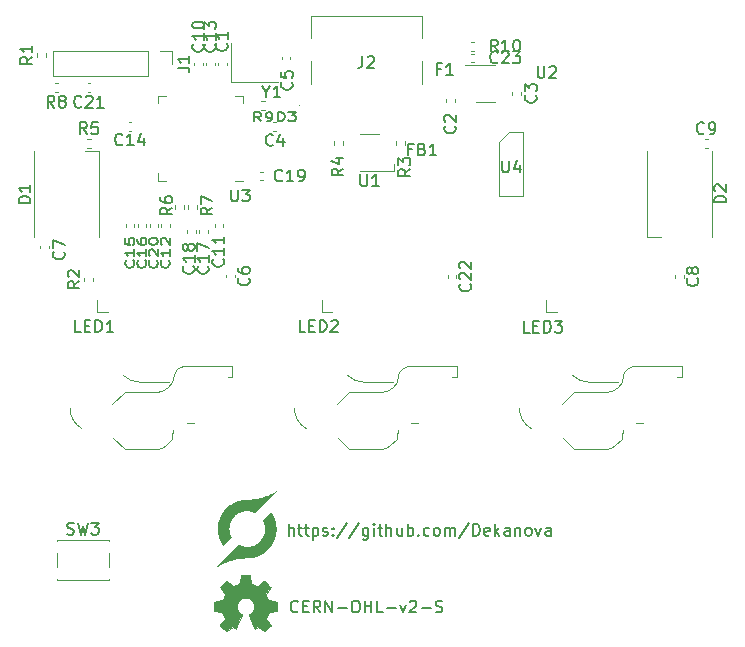
<source format=gbr>
%TF.GenerationSoftware,KiCad,Pcbnew,6.0.6+dfsg-1*%
%TF.CreationDate,2022-09-01T23:26:30-07:00*%
%TF.ProjectId,muon,6d756f6e-2e6b-4696-9361-645f70636258,rev?*%
%TF.SameCoordinates,Original*%
%TF.FileFunction,Legend,Top*%
%TF.FilePolarity,Positive*%
%FSLAX45Y45*%
G04 Gerber Fmt 4.5, Leading zero omitted, Abs format (unit mm)*
G04 Created by KiCad (PCBNEW 6.0.6+dfsg-1) date 2022-09-01 23:26:30*
%MOMM*%
%LPD*%
G01*
G04 APERTURE LIST*
%ADD10C,0.005000*%
%ADD11C,0.030000*%
%ADD12C,0.150000*%
%ADD13C,0.120000*%
%ADD14C,0.100000*%
G04 APERTURE END LIST*
D10*
G36*
X14587448Y-9367796D02*
G01*
X14587499Y-9367801D01*
X14587550Y-9367808D01*
X14587600Y-9367817D01*
X14587650Y-9367829D01*
X14587699Y-9367843D01*
X14587748Y-9367859D01*
X14587796Y-9367878D01*
X14587843Y-9367899D01*
X14587889Y-9367922D01*
X14587934Y-9367948D01*
X14587978Y-9367976D01*
X14588021Y-9368006D01*
X14588063Y-9368038D01*
X14588104Y-9368073D01*
X14588143Y-9368109D01*
X14588180Y-9368148D01*
X14588216Y-9368189D01*
X14588250Y-9368232D01*
X14588282Y-9368276D01*
X14588311Y-9368321D01*
X14588337Y-9368367D01*
X14588361Y-9368414D01*
X14588383Y-9368462D01*
X14588402Y-9368511D01*
X14588419Y-9368560D01*
X14588433Y-9368610D01*
X14588446Y-9368660D01*
X14588455Y-9368710D01*
X14588462Y-9368761D01*
X14588467Y-9368812D01*
X14588470Y-9368863D01*
X14588470Y-9368915D01*
X14588467Y-9368966D01*
X14588463Y-9369017D01*
X14588456Y-9369067D01*
X14588446Y-9369118D01*
X14588435Y-9369168D01*
X14588421Y-9369217D01*
X14588404Y-9369266D01*
X14588386Y-9369314D01*
X14588365Y-9369361D01*
X14588341Y-9369408D01*
X14588316Y-9369453D01*
X14588288Y-9369498D01*
X14588258Y-9369541D01*
X14588225Y-9369583D01*
X14588190Y-9369624D01*
X14588153Y-9369663D01*
X14588114Y-9369701D01*
X14410380Y-9547957D01*
X14410313Y-9548021D01*
X14410242Y-9548078D01*
X14410167Y-9548129D01*
X14410088Y-9548173D01*
X14410007Y-9548210D01*
X14409924Y-9548240D01*
X14409838Y-9548263D01*
X14409751Y-9548279D01*
X14409663Y-9548289D01*
X14409575Y-9548291D01*
X14409486Y-9548285D01*
X14409398Y-9548273D01*
X14409310Y-9548253D01*
X14409224Y-9548226D01*
X14409139Y-9548191D01*
X14409057Y-9548149D01*
X14405052Y-9546095D01*
X14400995Y-9544162D01*
X14396889Y-9542351D01*
X14392736Y-9540661D01*
X14388539Y-9539095D01*
X14384301Y-9537652D01*
X14380024Y-9536333D01*
X14375712Y-9535139D01*
X14371367Y-9534071D01*
X14366992Y-9533130D01*
X14362590Y-9532316D01*
X14358163Y-9531629D01*
X14353715Y-9531072D01*
X14349247Y-9530643D01*
X14344763Y-9530345D01*
X14340265Y-9530177D01*
X14332021Y-9530198D01*
X14323883Y-9530642D01*
X14315862Y-9531500D01*
X14307970Y-9532760D01*
X14300216Y-9534413D01*
X14292611Y-9536446D01*
X14285166Y-9538851D01*
X14277891Y-9541616D01*
X14270797Y-9544731D01*
X14263894Y-9548185D01*
X14257193Y-9551968D01*
X14250705Y-9556069D01*
X14244440Y-9560477D01*
X14238408Y-9565182D01*
X14232621Y-9570174D01*
X14227088Y-9575442D01*
X14221821Y-9580975D01*
X14216829Y-9586762D01*
X14212124Y-9592794D01*
X14207716Y-9599059D01*
X14203615Y-9605548D01*
X14199833Y-9612248D01*
X14196379Y-9619151D01*
X14193264Y-9626245D01*
X14190499Y-9633520D01*
X14188095Y-9640965D01*
X14186061Y-9648569D01*
X14184409Y-9656323D01*
X14183149Y-9664215D01*
X14182291Y-9672235D01*
X14181847Y-9680372D01*
X14181826Y-9688616D01*
X14181993Y-9693114D01*
X14182290Y-9697598D01*
X14182718Y-9702066D01*
X14183275Y-9706515D01*
X14183961Y-9710941D01*
X14184774Y-9715344D01*
X14185715Y-9719719D01*
X14186783Y-9724064D01*
X14187976Y-9728376D01*
X14189294Y-9732652D01*
X14190737Y-9736890D01*
X14192304Y-9741087D01*
X14193993Y-9745240D01*
X14195805Y-9749346D01*
X14197738Y-9753403D01*
X14199791Y-9757408D01*
X14199813Y-9757449D01*
X14199832Y-9757491D01*
X14199850Y-9757533D01*
X14199865Y-9757576D01*
X14199879Y-9757619D01*
X14199891Y-9757663D01*
X14199901Y-9757707D01*
X14199910Y-9757751D01*
X14199916Y-9757795D01*
X14199921Y-9757839D01*
X14199924Y-9757883D01*
X14199925Y-9757928D01*
X14199925Y-9757972D01*
X14199922Y-9758016D01*
X14199912Y-9758104D01*
X14199895Y-9758191D01*
X14199884Y-9758234D01*
X14199871Y-9758276D01*
X14199857Y-9758318D01*
X14199840Y-9758359D01*
X14199822Y-9758400D01*
X14199803Y-9758440D01*
X14199782Y-9758480D01*
X14199759Y-9758518D01*
X14199734Y-9758556D01*
X14199708Y-9758593D01*
X14199680Y-9758629D01*
X14199650Y-9758664D01*
X14199619Y-9758698D01*
X14199586Y-9758731D01*
X14135260Y-9820690D01*
X14135214Y-9820730D01*
X14135167Y-9820768D01*
X14135119Y-9820804D01*
X14135068Y-9820836D01*
X14135016Y-9820866D01*
X14134963Y-9820892D01*
X14134908Y-9820916D01*
X14134853Y-9820937D01*
X14134796Y-9820954D01*
X14134738Y-9820969D01*
X14134680Y-9820981D01*
X14134621Y-9820989D01*
X14134561Y-9820994D01*
X14134501Y-9820996D01*
X14134440Y-9820995D01*
X14134380Y-9820991D01*
X14134320Y-9820983D01*
X14134260Y-9820972D01*
X14134202Y-9820958D01*
X14134145Y-9820940D01*
X14134088Y-9820920D01*
X14134033Y-9820897D01*
X14133980Y-9820871D01*
X14133928Y-9820842D01*
X14133877Y-9820810D01*
X14133829Y-9820776D01*
X14133782Y-9820739D01*
X14133737Y-9820700D01*
X14133694Y-9820658D01*
X14133654Y-9820613D01*
X14133615Y-9820567D01*
X14133579Y-9820518D01*
X14128744Y-9813122D01*
X14124192Y-9805570D01*
X14119930Y-9797865D01*
X14115960Y-9790010D01*
X14112286Y-9782007D01*
X14108911Y-9773858D01*
X14105841Y-9765566D01*
X14103077Y-9757134D01*
X14100625Y-9748563D01*
X14098487Y-9739857D01*
X14096668Y-9731019D01*
X14095172Y-9722049D01*
X14094001Y-9712952D01*
X14093160Y-9703730D01*
X14092653Y-9694385D01*
X14092483Y-9684919D01*
X14092801Y-9672358D01*
X14093743Y-9659963D01*
X14095295Y-9647747D01*
X14097442Y-9635727D01*
X14100167Y-9623918D01*
X14103456Y-9612336D01*
X14107294Y-9600995D01*
X14111664Y-9589911D01*
X14116552Y-9579099D01*
X14121942Y-9568575D01*
X14127820Y-9558353D01*
X14134168Y-9548450D01*
X14140973Y-9538881D01*
X14148219Y-9529661D01*
X14155891Y-9520804D01*
X14163973Y-9512328D01*
X14172449Y-9504246D01*
X14181306Y-9496575D01*
X14190526Y-9489329D01*
X14200096Y-9482524D01*
X14209999Y-9476176D01*
X14220220Y-9470299D01*
X14230744Y-9464909D01*
X14241556Y-9460021D01*
X14252640Y-9455651D01*
X14263981Y-9451814D01*
X14275563Y-9448525D01*
X14287371Y-9445799D01*
X14299391Y-9443653D01*
X14311606Y-9442101D01*
X14324001Y-9441158D01*
X14336561Y-9440841D01*
X14336627Y-9440841D01*
X14348879Y-9440627D01*
X14360869Y-9440133D01*
X14372593Y-9439372D01*
X14384051Y-9438360D01*
X14395239Y-9437111D01*
X14406154Y-9435641D01*
X14427160Y-9432094D01*
X14447050Y-9427837D01*
X14465804Y-9422990D01*
X14483403Y-9417669D01*
X14499829Y-9411993D01*
X14515062Y-9406081D01*
X14529084Y-9400051D01*
X14541876Y-9394021D01*
X14553418Y-9388109D01*
X14563691Y-9382434D01*
X14572677Y-9377115D01*
X14586711Y-9368014D01*
X14586756Y-9367982D01*
X14586801Y-9367953D01*
X14586848Y-9367926D01*
X14586895Y-9367902D01*
X14586943Y-9367880D01*
X14586992Y-9367861D01*
X14587041Y-9367844D01*
X14587091Y-9367830D01*
X14587142Y-9367818D01*
X14587192Y-9367808D01*
X14587243Y-9367801D01*
X14587294Y-9367796D01*
X14587346Y-9367794D01*
X14587397Y-9367794D01*
X14587448Y-9367796D01*
G37*
X14587448Y-9367796D02*
X14587499Y-9367801D01*
X14587550Y-9367808D01*
X14587600Y-9367817D01*
X14587650Y-9367829D01*
X14587699Y-9367843D01*
X14587748Y-9367859D01*
X14587796Y-9367878D01*
X14587843Y-9367899D01*
X14587889Y-9367922D01*
X14587934Y-9367948D01*
X14587978Y-9367976D01*
X14588021Y-9368006D01*
X14588063Y-9368038D01*
X14588104Y-9368073D01*
X14588143Y-9368109D01*
X14588180Y-9368148D01*
X14588216Y-9368189D01*
X14588250Y-9368232D01*
X14588282Y-9368276D01*
X14588311Y-9368321D01*
X14588337Y-9368367D01*
X14588361Y-9368414D01*
X14588383Y-9368462D01*
X14588402Y-9368511D01*
X14588419Y-9368560D01*
X14588433Y-9368610D01*
X14588446Y-9368660D01*
X14588455Y-9368710D01*
X14588462Y-9368761D01*
X14588467Y-9368812D01*
X14588470Y-9368863D01*
X14588470Y-9368915D01*
X14588467Y-9368966D01*
X14588463Y-9369017D01*
X14588456Y-9369067D01*
X14588446Y-9369118D01*
X14588435Y-9369168D01*
X14588421Y-9369217D01*
X14588404Y-9369266D01*
X14588386Y-9369314D01*
X14588365Y-9369361D01*
X14588341Y-9369408D01*
X14588316Y-9369453D01*
X14588288Y-9369498D01*
X14588258Y-9369541D01*
X14588225Y-9369583D01*
X14588190Y-9369624D01*
X14588153Y-9369663D01*
X14588114Y-9369701D01*
X14410380Y-9547957D01*
X14410313Y-9548021D01*
X14410242Y-9548078D01*
X14410167Y-9548129D01*
X14410088Y-9548173D01*
X14410007Y-9548210D01*
X14409924Y-9548240D01*
X14409838Y-9548263D01*
X14409751Y-9548279D01*
X14409663Y-9548289D01*
X14409575Y-9548291D01*
X14409486Y-9548285D01*
X14409398Y-9548273D01*
X14409310Y-9548253D01*
X14409224Y-9548226D01*
X14409139Y-9548191D01*
X14409057Y-9548149D01*
X14405052Y-9546095D01*
X14400995Y-9544162D01*
X14396889Y-9542351D01*
X14392736Y-9540661D01*
X14388539Y-9539095D01*
X14384301Y-9537652D01*
X14380024Y-9536333D01*
X14375712Y-9535139D01*
X14371367Y-9534071D01*
X14366992Y-9533130D01*
X14362590Y-9532316D01*
X14358163Y-9531629D01*
X14353715Y-9531072D01*
X14349247Y-9530643D01*
X14344763Y-9530345D01*
X14340265Y-9530177D01*
X14332021Y-9530198D01*
X14323883Y-9530642D01*
X14315862Y-9531500D01*
X14307970Y-9532760D01*
X14300216Y-9534413D01*
X14292611Y-9536446D01*
X14285166Y-9538851D01*
X14277891Y-9541616D01*
X14270797Y-9544731D01*
X14263894Y-9548185D01*
X14257193Y-9551968D01*
X14250705Y-9556069D01*
X14244440Y-9560477D01*
X14238408Y-9565182D01*
X14232621Y-9570174D01*
X14227088Y-9575442D01*
X14221821Y-9580975D01*
X14216829Y-9586762D01*
X14212124Y-9592794D01*
X14207716Y-9599059D01*
X14203615Y-9605548D01*
X14199833Y-9612248D01*
X14196379Y-9619151D01*
X14193264Y-9626245D01*
X14190499Y-9633520D01*
X14188095Y-9640965D01*
X14186061Y-9648569D01*
X14184409Y-9656323D01*
X14183149Y-9664215D01*
X14182291Y-9672235D01*
X14181847Y-9680372D01*
X14181826Y-9688616D01*
X14181993Y-9693114D01*
X14182290Y-9697598D01*
X14182718Y-9702066D01*
X14183275Y-9706515D01*
X14183961Y-9710941D01*
X14184774Y-9715344D01*
X14185715Y-9719719D01*
X14186783Y-9724064D01*
X14187976Y-9728376D01*
X14189294Y-9732652D01*
X14190737Y-9736890D01*
X14192304Y-9741087D01*
X14193993Y-9745240D01*
X14195805Y-9749346D01*
X14197738Y-9753403D01*
X14199791Y-9757408D01*
X14199813Y-9757449D01*
X14199832Y-9757491D01*
X14199850Y-9757533D01*
X14199865Y-9757576D01*
X14199879Y-9757619D01*
X14199891Y-9757663D01*
X14199901Y-9757707D01*
X14199910Y-9757751D01*
X14199916Y-9757795D01*
X14199921Y-9757839D01*
X14199924Y-9757883D01*
X14199925Y-9757928D01*
X14199925Y-9757972D01*
X14199922Y-9758016D01*
X14199912Y-9758104D01*
X14199895Y-9758191D01*
X14199884Y-9758234D01*
X14199871Y-9758276D01*
X14199857Y-9758318D01*
X14199840Y-9758359D01*
X14199822Y-9758400D01*
X14199803Y-9758440D01*
X14199782Y-9758480D01*
X14199759Y-9758518D01*
X14199734Y-9758556D01*
X14199708Y-9758593D01*
X14199680Y-9758629D01*
X14199650Y-9758664D01*
X14199619Y-9758698D01*
X14199586Y-9758731D01*
X14135260Y-9820690D01*
X14135214Y-9820730D01*
X14135167Y-9820768D01*
X14135119Y-9820804D01*
X14135068Y-9820836D01*
X14135016Y-9820866D01*
X14134963Y-9820892D01*
X14134908Y-9820916D01*
X14134853Y-9820937D01*
X14134796Y-9820954D01*
X14134738Y-9820969D01*
X14134680Y-9820981D01*
X14134621Y-9820989D01*
X14134561Y-9820994D01*
X14134501Y-9820996D01*
X14134440Y-9820995D01*
X14134380Y-9820991D01*
X14134320Y-9820983D01*
X14134260Y-9820972D01*
X14134202Y-9820958D01*
X14134145Y-9820940D01*
X14134088Y-9820920D01*
X14134033Y-9820897D01*
X14133980Y-9820871D01*
X14133928Y-9820842D01*
X14133877Y-9820810D01*
X14133829Y-9820776D01*
X14133782Y-9820739D01*
X14133737Y-9820700D01*
X14133694Y-9820658D01*
X14133654Y-9820613D01*
X14133615Y-9820567D01*
X14133579Y-9820518D01*
X14128744Y-9813122D01*
X14124192Y-9805570D01*
X14119930Y-9797865D01*
X14115960Y-9790010D01*
X14112286Y-9782007D01*
X14108911Y-9773858D01*
X14105841Y-9765566D01*
X14103077Y-9757134D01*
X14100625Y-9748563D01*
X14098487Y-9739857D01*
X14096668Y-9731019D01*
X14095172Y-9722049D01*
X14094001Y-9712952D01*
X14093160Y-9703730D01*
X14092653Y-9694385D01*
X14092483Y-9684919D01*
X14092801Y-9672358D01*
X14093743Y-9659963D01*
X14095295Y-9647747D01*
X14097442Y-9635727D01*
X14100167Y-9623918D01*
X14103456Y-9612336D01*
X14107294Y-9600995D01*
X14111664Y-9589911D01*
X14116552Y-9579099D01*
X14121942Y-9568575D01*
X14127820Y-9558353D01*
X14134168Y-9548450D01*
X14140973Y-9538881D01*
X14148219Y-9529661D01*
X14155891Y-9520804D01*
X14163973Y-9512328D01*
X14172449Y-9504246D01*
X14181306Y-9496575D01*
X14190526Y-9489329D01*
X14200096Y-9482524D01*
X14209999Y-9476176D01*
X14220220Y-9470299D01*
X14230744Y-9464909D01*
X14241556Y-9460021D01*
X14252640Y-9455651D01*
X14263981Y-9451814D01*
X14275563Y-9448525D01*
X14287371Y-9445799D01*
X14299391Y-9443653D01*
X14311606Y-9442101D01*
X14324001Y-9441158D01*
X14336561Y-9440841D01*
X14336627Y-9440841D01*
X14348879Y-9440627D01*
X14360869Y-9440133D01*
X14372593Y-9439372D01*
X14384051Y-9438360D01*
X14395239Y-9437111D01*
X14406154Y-9435641D01*
X14427160Y-9432094D01*
X14447050Y-9427837D01*
X14465804Y-9422990D01*
X14483403Y-9417669D01*
X14499829Y-9411993D01*
X14515062Y-9406081D01*
X14529084Y-9400051D01*
X14541876Y-9394021D01*
X14553418Y-9388109D01*
X14563691Y-9382434D01*
X14572677Y-9377115D01*
X14586711Y-9368014D01*
X14586756Y-9367982D01*
X14586801Y-9367953D01*
X14586848Y-9367926D01*
X14586895Y-9367902D01*
X14586943Y-9367880D01*
X14586992Y-9367861D01*
X14587041Y-9367844D01*
X14587091Y-9367830D01*
X14587142Y-9367818D01*
X14587192Y-9367808D01*
X14587243Y-9367801D01*
X14587294Y-9367796D01*
X14587346Y-9367794D01*
X14587397Y-9367794D01*
X14587448Y-9367796D01*
G36*
X14538718Y-9549297D02*
G01*
X14538780Y-9549303D01*
X14538842Y-9549312D01*
X14538903Y-9549324D01*
X14538962Y-9549340D01*
X14539021Y-9549358D01*
X14539079Y-9549380D01*
X14539135Y-9549406D01*
X14539189Y-9549434D01*
X14539242Y-9549465D01*
X14539293Y-9549499D01*
X14539342Y-9549535D01*
X14539389Y-9549575D01*
X14539434Y-9549617D01*
X14539476Y-9549661D01*
X14539516Y-9549708D01*
X14539554Y-9549758D01*
X14539589Y-9549809D01*
X14544425Y-9557205D01*
X14548976Y-9564757D01*
X14553239Y-9572462D01*
X14557209Y-9580317D01*
X14560883Y-9588320D01*
X14564257Y-9596469D01*
X14567328Y-9604761D01*
X14570091Y-9613194D01*
X14572544Y-9621764D01*
X14574681Y-9630470D01*
X14576500Y-9639309D01*
X14577997Y-9648278D01*
X14579168Y-9657375D01*
X14580008Y-9666597D01*
X14580516Y-9675943D01*
X14580686Y-9685408D01*
X14580368Y-9697969D01*
X14579425Y-9710365D01*
X14577873Y-9722580D01*
X14575727Y-9734600D01*
X14573001Y-9746409D01*
X14569712Y-9757991D01*
X14565875Y-9769332D01*
X14561504Y-9780417D01*
X14556616Y-9791228D01*
X14551226Y-9801753D01*
X14545349Y-9811974D01*
X14539000Y-9821877D01*
X14532195Y-9831446D01*
X14524949Y-9840667D01*
X14517278Y-9849523D01*
X14509196Y-9857999D01*
X14500719Y-9866081D01*
X14491863Y-9873752D01*
X14482642Y-9880998D01*
X14473073Y-9887803D01*
X14463170Y-9894152D01*
X14452949Y-9900028D01*
X14442424Y-9905419D01*
X14431613Y-9910306D01*
X14420529Y-9914676D01*
X14409188Y-9918514D01*
X14397606Y-9921803D01*
X14385797Y-9924528D01*
X14373778Y-9926674D01*
X14361563Y-9928226D01*
X14349167Y-9929169D01*
X14336607Y-9929486D01*
X14336541Y-9929486D01*
X14324289Y-9929700D01*
X14312300Y-9930195D01*
X14300575Y-9930955D01*
X14289118Y-9931967D01*
X14277930Y-9933216D01*
X14267014Y-9934686D01*
X14246008Y-9938233D01*
X14226119Y-9942490D01*
X14207365Y-9947338D01*
X14189766Y-9952659D01*
X14173340Y-9958334D01*
X14158106Y-9964246D01*
X14144084Y-9970277D01*
X14131293Y-9976307D01*
X14119751Y-9982218D01*
X14109477Y-9987893D01*
X14100491Y-9993212D01*
X14086457Y-10002313D01*
X14086413Y-10002345D01*
X14086367Y-10002374D01*
X14086321Y-10002401D01*
X14086273Y-10002425D01*
X14086225Y-10002447D01*
X14086177Y-10002466D01*
X14086127Y-10002483D01*
X14086077Y-10002498D01*
X14086027Y-10002510D01*
X14085976Y-10002519D01*
X14085925Y-10002526D01*
X14085874Y-10002531D01*
X14085823Y-10002534D01*
X14085772Y-10002534D01*
X14085721Y-10002531D01*
X14085670Y-10002527D01*
X14085619Y-10002519D01*
X14085569Y-10002510D01*
X14085519Y-10002498D01*
X14085470Y-10002484D01*
X14085421Y-10002468D01*
X14085373Y-10002449D01*
X14085326Y-10002428D01*
X14085280Y-10002405D01*
X14085234Y-10002379D01*
X14085190Y-10002351D01*
X14085147Y-10002321D01*
X14085105Y-10002289D01*
X14085065Y-10002255D01*
X14085026Y-10002218D01*
X14084988Y-10002179D01*
X14084952Y-10002138D01*
X14084918Y-10002095D01*
X14084887Y-10002051D01*
X14084858Y-10002006D01*
X14084832Y-10001960D01*
X14084807Y-10001913D01*
X14084786Y-10001865D01*
X14084766Y-10001816D01*
X14084750Y-10001767D01*
X14084735Y-10001718D01*
X14084723Y-10001667D01*
X14084714Y-10001617D01*
X14084706Y-10001566D01*
X14084701Y-10001515D01*
X14084699Y-10001464D01*
X14084699Y-10001413D01*
X14084701Y-10001362D01*
X14084706Y-10001311D01*
X14084713Y-10001260D01*
X14084722Y-10001210D01*
X14084734Y-10001160D01*
X14084748Y-10001110D01*
X14084764Y-10001062D01*
X14084783Y-10001013D01*
X14084804Y-10000966D01*
X14084827Y-10000920D01*
X14084853Y-10000874D01*
X14084881Y-10000830D01*
X14084911Y-10000786D01*
X14084944Y-10000744D01*
X14084978Y-10000704D01*
X14085016Y-10000664D01*
X14085055Y-10000626D01*
X14262789Y-9822343D01*
X14262855Y-9822282D01*
X14262924Y-9822228D01*
X14262998Y-9822179D01*
X14263074Y-9822137D01*
X14263153Y-9822101D01*
X14263234Y-9822072D01*
X14263317Y-9822050D01*
X14263402Y-9822034D01*
X14263487Y-9822024D01*
X14263573Y-9822022D01*
X14263660Y-9822026D01*
X14263746Y-9822037D01*
X14263831Y-9822055D01*
X14263915Y-9822080D01*
X14263998Y-9822113D01*
X14264079Y-9822152D01*
X14268083Y-9824205D01*
X14272140Y-9826138D01*
X14276247Y-9827950D01*
X14280400Y-9829639D01*
X14284597Y-9831206D01*
X14288835Y-9832649D01*
X14293111Y-9833968D01*
X14297423Y-9835161D01*
X14301768Y-9836229D01*
X14306143Y-9837171D01*
X14310545Y-9837985D01*
X14314972Y-9838671D01*
X14319421Y-9839229D01*
X14323889Y-9839658D01*
X14328373Y-9839956D01*
X14332870Y-9840123D01*
X14341115Y-9840103D01*
X14349253Y-9839658D01*
X14357273Y-9838801D01*
X14365166Y-9837541D01*
X14372920Y-9835888D01*
X14380525Y-9833854D01*
X14387970Y-9831450D01*
X14395244Y-9828685D01*
X14402339Y-9825570D01*
X14409241Y-9822116D01*
X14415942Y-9818333D01*
X14422430Y-9814232D01*
X14428696Y-9809824D01*
X14434727Y-9805118D01*
X14440515Y-9800127D01*
X14446047Y-9794859D01*
X14451315Y-9789326D01*
X14456306Y-9783539D01*
X14461012Y-9777507D01*
X14465420Y-9771242D01*
X14469520Y-9764753D01*
X14473303Y-9758052D01*
X14476757Y-9751150D01*
X14479871Y-9744056D01*
X14482636Y-9736781D01*
X14485041Y-9729336D01*
X14487074Y-9721732D01*
X14488727Y-9713978D01*
X14489987Y-9706086D01*
X14490844Y-9698066D01*
X14491289Y-9689929D01*
X14491309Y-9681684D01*
X14491143Y-9677187D01*
X14490845Y-9672703D01*
X14490418Y-9668235D01*
X14489861Y-9663786D01*
X14489175Y-9659359D01*
X14488361Y-9654957D01*
X14487420Y-9650582D01*
X14486353Y-9646237D01*
X14485159Y-9641925D01*
X14483841Y-9637649D01*
X14482398Y-9633411D01*
X14480832Y-9629214D01*
X14479143Y-9625061D01*
X14477331Y-9620954D01*
X14475398Y-9616897D01*
X14473344Y-9612893D01*
X14473323Y-9612851D01*
X14473303Y-9612810D01*
X14473286Y-9612767D01*
X14473270Y-9612725D01*
X14473256Y-9612681D01*
X14473244Y-9612638D01*
X14473234Y-9612594D01*
X14473226Y-9612550D01*
X14473219Y-9612506D01*
X14473214Y-9612462D01*
X14473212Y-9612417D01*
X14473210Y-9612373D01*
X14473211Y-9612329D01*
X14473213Y-9612284D01*
X14473223Y-9612197D01*
X14473240Y-9612110D01*
X14473252Y-9612067D01*
X14473264Y-9612025D01*
X14473279Y-9611983D01*
X14473295Y-9611941D01*
X14473313Y-9611901D01*
X14473333Y-9611860D01*
X14473354Y-9611821D01*
X14473377Y-9611782D01*
X14473402Y-9611745D01*
X14473428Y-9611708D01*
X14473456Y-9611672D01*
X14473485Y-9611637D01*
X14473516Y-9611603D01*
X14473549Y-9611570D01*
X14537876Y-9549611D01*
X14537922Y-9549569D01*
X14537970Y-9549529D01*
X14538020Y-9549492D01*
X14538072Y-9549459D01*
X14538125Y-9549428D01*
X14538180Y-9549401D01*
X14538236Y-9549376D01*
X14538293Y-9549355D01*
X14538352Y-9549337D01*
X14538411Y-9549322D01*
X14538471Y-9549310D01*
X14538532Y-9549302D01*
X14538594Y-9549297D01*
X14538655Y-9549295D01*
X14538718Y-9549297D01*
G37*
X14538718Y-9549297D02*
X14538780Y-9549303D01*
X14538842Y-9549312D01*
X14538903Y-9549324D01*
X14538962Y-9549340D01*
X14539021Y-9549358D01*
X14539079Y-9549380D01*
X14539135Y-9549406D01*
X14539189Y-9549434D01*
X14539242Y-9549465D01*
X14539293Y-9549499D01*
X14539342Y-9549535D01*
X14539389Y-9549575D01*
X14539434Y-9549617D01*
X14539476Y-9549661D01*
X14539516Y-9549708D01*
X14539554Y-9549758D01*
X14539589Y-9549809D01*
X14544425Y-9557205D01*
X14548976Y-9564757D01*
X14553239Y-9572462D01*
X14557209Y-9580317D01*
X14560883Y-9588320D01*
X14564257Y-9596469D01*
X14567328Y-9604761D01*
X14570091Y-9613194D01*
X14572544Y-9621764D01*
X14574681Y-9630470D01*
X14576500Y-9639309D01*
X14577997Y-9648278D01*
X14579168Y-9657375D01*
X14580008Y-9666597D01*
X14580516Y-9675943D01*
X14580686Y-9685408D01*
X14580368Y-9697969D01*
X14579425Y-9710365D01*
X14577873Y-9722580D01*
X14575727Y-9734600D01*
X14573001Y-9746409D01*
X14569712Y-9757991D01*
X14565875Y-9769332D01*
X14561504Y-9780417D01*
X14556616Y-9791228D01*
X14551226Y-9801753D01*
X14545349Y-9811974D01*
X14539000Y-9821877D01*
X14532195Y-9831446D01*
X14524949Y-9840667D01*
X14517278Y-9849523D01*
X14509196Y-9857999D01*
X14500719Y-9866081D01*
X14491863Y-9873752D01*
X14482642Y-9880998D01*
X14473073Y-9887803D01*
X14463170Y-9894152D01*
X14452949Y-9900028D01*
X14442424Y-9905419D01*
X14431613Y-9910306D01*
X14420529Y-9914676D01*
X14409188Y-9918514D01*
X14397606Y-9921803D01*
X14385797Y-9924528D01*
X14373778Y-9926674D01*
X14361563Y-9928226D01*
X14349167Y-9929169D01*
X14336607Y-9929486D01*
X14336541Y-9929486D01*
X14324289Y-9929700D01*
X14312300Y-9930195D01*
X14300575Y-9930955D01*
X14289118Y-9931967D01*
X14277930Y-9933216D01*
X14267014Y-9934686D01*
X14246008Y-9938233D01*
X14226119Y-9942490D01*
X14207365Y-9947338D01*
X14189766Y-9952659D01*
X14173340Y-9958334D01*
X14158106Y-9964246D01*
X14144084Y-9970277D01*
X14131293Y-9976307D01*
X14119751Y-9982218D01*
X14109477Y-9987893D01*
X14100491Y-9993212D01*
X14086457Y-10002313D01*
X14086413Y-10002345D01*
X14086367Y-10002374D01*
X14086321Y-10002401D01*
X14086273Y-10002425D01*
X14086225Y-10002447D01*
X14086177Y-10002466D01*
X14086127Y-10002483D01*
X14086077Y-10002498D01*
X14086027Y-10002510D01*
X14085976Y-10002519D01*
X14085925Y-10002526D01*
X14085874Y-10002531D01*
X14085823Y-10002534D01*
X14085772Y-10002534D01*
X14085721Y-10002531D01*
X14085670Y-10002527D01*
X14085619Y-10002519D01*
X14085569Y-10002510D01*
X14085519Y-10002498D01*
X14085470Y-10002484D01*
X14085421Y-10002468D01*
X14085373Y-10002449D01*
X14085326Y-10002428D01*
X14085280Y-10002405D01*
X14085234Y-10002379D01*
X14085190Y-10002351D01*
X14085147Y-10002321D01*
X14085105Y-10002289D01*
X14085065Y-10002255D01*
X14085026Y-10002218D01*
X14084988Y-10002179D01*
X14084952Y-10002138D01*
X14084918Y-10002095D01*
X14084887Y-10002051D01*
X14084858Y-10002006D01*
X14084832Y-10001960D01*
X14084807Y-10001913D01*
X14084786Y-10001865D01*
X14084766Y-10001816D01*
X14084750Y-10001767D01*
X14084735Y-10001718D01*
X14084723Y-10001667D01*
X14084714Y-10001617D01*
X14084706Y-10001566D01*
X14084701Y-10001515D01*
X14084699Y-10001464D01*
X14084699Y-10001413D01*
X14084701Y-10001362D01*
X14084706Y-10001311D01*
X14084713Y-10001260D01*
X14084722Y-10001210D01*
X14084734Y-10001160D01*
X14084748Y-10001110D01*
X14084764Y-10001062D01*
X14084783Y-10001013D01*
X14084804Y-10000966D01*
X14084827Y-10000920D01*
X14084853Y-10000874D01*
X14084881Y-10000830D01*
X14084911Y-10000786D01*
X14084944Y-10000744D01*
X14084978Y-10000704D01*
X14085016Y-10000664D01*
X14085055Y-10000626D01*
X14262789Y-9822343D01*
X14262855Y-9822282D01*
X14262924Y-9822228D01*
X14262998Y-9822179D01*
X14263074Y-9822137D01*
X14263153Y-9822101D01*
X14263234Y-9822072D01*
X14263317Y-9822050D01*
X14263402Y-9822034D01*
X14263487Y-9822024D01*
X14263573Y-9822022D01*
X14263660Y-9822026D01*
X14263746Y-9822037D01*
X14263831Y-9822055D01*
X14263915Y-9822080D01*
X14263998Y-9822113D01*
X14264079Y-9822152D01*
X14268083Y-9824205D01*
X14272140Y-9826138D01*
X14276247Y-9827950D01*
X14280400Y-9829639D01*
X14284597Y-9831206D01*
X14288835Y-9832649D01*
X14293111Y-9833968D01*
X14297423Y-9835161D01*
X14301768Y-9836229D01*
X14306143Y-9837171D01*
X14310545Y-9837985D01*
X14314972Y-9838671D01*
X14319421Y-9839229D01*
X14323889Y-9839658D01*
X14328373Y-9839956D01*
X14332870Y-9840123D01*
X14341115Y-9840103D01*
X14349253Y-9839658D01*
X14357273Y-9838801D01*
X14365166Y-9837541D01*
X14372920Y-9835888D01*
X14380525Y-9833854D01*
X14387970Y-9831450D01*
X14395244Y-9828685D01*
X14402339Y-9825570D01*
X14409241Y-9822116D01*
X14415942Y-9818333D01*
X14422430Y-9814232D01*
X14428696Y-9809824D01*
X14434727Y-9805118D01*
X14440515Y-9800127D01*
X14446047Y-9794859D01*
X14451315Y-9789326D01*
X14456306Y-9783539D01*
X14461012Y-9777507D01*
X14465420Y-9771242D01*
X14469520Y-9764753D01*
X14473303Y-9758052D01*
X14476757Y-9751150D01*
X14479871Y-9744056D01*
X14482636Y-9736781D01*
X14485041Y-9729336D01*
X14487074Y-9721732D01*
X14488727Y-9713978D01*
X14489987Y-9706086D01*
X14490844Y-9698066D01*
X14491289Y-9689929D01*
X14491309Y-9681684D01*
X14491143Y-9677187D01*
X14490845Y-9672703D01*
X14490418Y-9668235D01*
X14489861Y-9663786D01*
X14489175Y-9659359D01*
X14488361Y-9654957D01*
X14487420Y-9650582D01*
X14486353Y-9646237D01*
X14485159Y-9641925D01*
X14483841Y-9637649D01*
X14482398Y-9633411D01*
X14480832Y-9629214D01*
X14479143Y-9625061D01*
X14477331Y-9620954D01*
X14475398Y-9616897D01*
X14473344Y-9612893D01*
X14473323Y-9612851D01*
X14473303Y-9612810D01*
X14473286Y-9612767D01*
X14473270Y-9612725D01*
X14473256Y-9612681D01*
X14473244Y-9612638D01*
X14473234Y-9612594D01*
X14473226Y-9612550D01*
X14473219Y-9612506D01*
X14473214Y-9612462D01*
X14473212Y-9612417D01*
X14473210Y-9612373D01*
X14473211Y-9612329D01*
X14473213Y-9612284D01*
X14473223Y-9612197D01*
X14473240Y-9612110D01*
X14473252Y-9612067D01*
X14473264Y-9612025D01*
X14473279Y-9611983D01*
X14473295Y-9611941D01*
X14473313Y-9611901D01*
X14473333Y-9611860D01*
X14473354Y-9611821D01*
X14473377Y-9611782D01*
X14473402Y-9611745D01*
X14473428Y-9611708D01*
X14473456Y-9611672D01*
X14473485Y-9611637D01*
X14473516Y-9611603D01*
X14473549Y-9611570D01*
X14537876Y-9549611D01*
X14537922Y-9549569D01*
X14537970Y-9549529D01*
X14538020Y-9549492D01*
X14538072Y-9549459D01*
X14538125Y-9549428D01*
X14538180Y-9549401D01*
X14538236Y-9549376D01*
X14538293Y-9549355D01*
X14538352Y-9549337D01*
X14538411Y-9549322D01*
X14538471Y-9549310D01*
X14538532Y-9549302D01*
X14538594Y-9549297D01*
X14538655Y-9549295D01*
X14538718Y-9549297D01*
D11*
G36*
X14359610Y-10077386D02*
G01*
X14359761Y-10077397D01*
X14359912Y-10077416D01*
X14360061Y-10077441D01*
X14360209Y-10077474D01*
X14360356Y-10077513D01*
X14360501Y-10077558D01*
X14360644Y-10077610D01*
X14360785Y-10077668D01*
X14360924Y-10077733D01*
X14361061Y-10077802D01*
X14361194Y-10077878D01*
X14361325Y-10077959D01*
X14361452Y-10078045D01*
X14361576Y-10078136D01*
X14361696Y-10078232D01*
X14361812Y-10078332D01*
X14361925Y-10078438D01*
X14362033Y-10078547D01*
X14362136Y-10078660D01*
X14362234Y-10078778D01*
X14362328Y-10078899D01*
X14362416Y-10079024D01*
X14362499Y-10079152D01*
X14362576Y-10079283D01*
X14362648Y-10079417D01*
X14362713Y-10079554D01*
X14362772Y-10079694D01*
X14362824Y-10079836D01*
X14362870Y-10079981D01*
X14362908Y-10080127D01*
X14362939Y-10080275D01*
X14375500Y-10147756D01*
X14375532Y-10147905D01*
X14375571Y-10148055D01*
X14375667Y-10148356D01*
X14375788Y-10148656D01*
X14375933Y-10148952D01*
X14376098Y-10149244D01*
X14376283Y-10149529D01*
X14376485Y-10149806D01*
X14376704Y-10150071D01*
X14376938Y-10150324D01*
X14377184Y-10150562D01*
X14377441Y-10150784D01*
X14377708Y-10150987D01*
X14377982Y-10151169D01*
X14378262Y-10151329D01*
X14378404Y-10151400D01*
X14378547Y-10151465D01*
X14378690Y-10151523D01*
X14378834Y-10151574D01*
X14424062Y-10170088D01*
X14424343Y-10170212D01*
X14424641Y-10170315D01*
X14424953Y-10170398D01*
X14425277Y-10170461D01*
X14425611Y-10170505D01*
X14425951Y-10170528D01*
X14426294Y-10170532D01*
X14426639Y-10170517D01*
X14426983Y-10170483D01*
X14427322Y-10170430D01*
X14427655Y-10170358D01*
X14427979Y-10170267D01*
X14428291Y-10170158D01*
X14428589Y-10170031D01*
X14428869Y-10169886D01*
X14429130Y-10169723D01*
X14485506Y-10131036D01*
X14485633Y-10130953D01*
X14485764Y-10130877D01*
X14485898Y-10130807D01*
X14486036Y-10130743D01*
X14486176Y-10130686D01*
X14486319Y-10130635D01*
X14486464Y-10130591D01*
X14486611Y-10130553D01*
X14486760Y-10130521D01*
X14486911Y-10130495D01*
X14487215Y-10130462D01*
X14487522Y-10130454D01*
X14487828Y-10130470D01*
X14488133Y-10130510D01*
X14488433Y-10130575D01*
X14488726Y-10130663D01*
X14488870Y-10130716D01*
X14489010Y-10130774D01*
X14489148Y-10130839D01*
X14489283Y-10130909D01*
X14489415Y-10130986D01*
X14489543Y-10131067D01*
X14489666Y-10131155D01*
X14489786Y-10131249D01*
X14489901Y-10131348D01*
X14490011Y-10131452D01*
X14537489Y-10178930D01*
X14537593Y-10179041D01*
X14537692Y-10179155D01*
X14537786Y-10179275D01*
X14537873Y-10179399D01*
X14537955Y-10179527D01*
X14538031Y-10179658D01*
X14538166Y-10179931D01*
X14538277Y-10180216D01*
X14538364Y-10180509D01*
X14538428Y-10180810D01*
X14538468Y-10181115D01*
X14538484Y-10181422D01*
X14538475Y-10181729D01*
X14538443Y-10182033D01*
X14538385Y-10182333D01*
X14538303Y-10182626D01*
X14538252Y-10182769D01*
X14538196Y-10182909D01*
X14538133Y-10183047D01*
X14538063Y-10183181D01*
X14537988Y-10183312D01*
X14537906Y-10183439D01*
X14499893Y-10238843D01*
X14499729Y-10239105D01*
X14499584Y-10239385D01*
X14499458Y-10239683D01*
X14499350Y-10239994D01*
X14499261Y-10240317D01*
X14499191Y-10240648D01*
X14499140Y-10240986D01*
X14499109Y-10241328D01*
X14499097Y-10241670D01*
X14499105Y-10242012D01*
X14499133Y-10242349D01*
X14499181Y-10242680D01*
X14499249Y-10243001D01*
X14499337Y-10243312D01*
X14499446Y-10243608D01*
X14499575Y-10243887D01*
X14519574Y-10290544D01*
X14519688Y-10290830D01*
X14519829Y-10291114D01*
X14519993Y-10291394D01*
X14520180Y-10291667D01*
X14520387Y-10291933D01*
X14520613Y-10292189D01*
X14520854Y-10292435D01*
X14521110Y-10292667D01*
X14521379Y-10292886D01*
X14521657Y-10293088D01*
X14521944Y-10293272D01*
X14522238Y-10293436D01*
X14522536Y-10293580D01*
X14522836Y-10293700D01*
X14523136Y-10293796D01*
X14523435Y-10293865D01*
X14588678Y-10305998D01*
X14588826Y-10306030D01*
X14588972Y-10306069D01*
X14589116Y-10306115D01*
X14589258Y-10306168D01*
X14589397Y-10306227D01*
X14589534Y-10306293D01*
X14589668Y-10306364D01*
X14589799Y-10306442D01*
X14590051Y-10306614D01*
X14590289Y-10306806D01*
X14590512Y-10307018D01*
X14590717Y-10307247D01*
X14590904Y-10307491D01*
X14591070Y-10307749D01*
X14591215Y-10308019D01*
X14591279Y-10308158D01*
X14591337Y-10308299D01*
X14591389Y-10308442D01*
X14591434Y-10308588D01*
X14591473Y-10308734D01*
X14591505Y-10308883D01*
X14591531Y-10309032D01*
X14591549Y-10309183D01*
X14591560Y-10309334D01*
X14591563Y-10309486D01*
X14591555Y-10376634D01*
X14591551Y-10376785D01*
X14591540Y-10376936D01*
X14591522Y-10377087D01*
X14591496Y-10377236D01*
X14591463Y-10377385D01*
X14591424Y-10377532D01*
X14591378Y-10377677D01*
X14591326Y-10377821D01*
X14591268Y-10377962D01*
X14591204Y-10378101D01*
X14591134Y-10378238D01*
X14591058Y-10378371D01*
X14590977Y-10378502D01*
X14590891Y-10378630D01*
X14590800Y-10378754D01*
X14590704Y-10378875D01*
X14590603Y-10378991D01*
X14590498Y-10379104D01*
X14590388Y-10379212D01*
X14590275Y-10379315D01*
X14590157Y-10379414D01*
X14590036Y-10379508D01*
X14589912Y-10379596D01*
X14589784Y-10379679D01*
X14589652Y-10379757D01*
X14589518Y-10379828D01*
X14589381Y-10379893D01*
X14589242Y-10379952D01*
X14589100Y-10380004D01*
X14588956Y-10380049D01*
X14588810Y-10380087D01*
X14588662Y-10380118D01*
X14525023Y-10391961D01*
X14524873Y-10391992D01*
X14524723Y-10392029D01*
X14524573Y-10392074D01*
X14524423Y-10392125D01*
X14524124Y-10392245D01*
X14523829Y-10392389D01*
X14523539Y-10392554D01*
X14523256Y-10392740D01*
X14522983Y-10392943D01*
X14522721Y-10393164D01*
X14522471Y-10393398D01*
X14522237Y-10393646D01*
X14522019Y-10393905D01*
X14521820Y-10394173D01*
X14521642Y-10394449D01*
X14521486Y-10394732D01*
X14521354Y-10395018D01*
X14521298Y-10395162D01*
X14521249Y-10395307D01*
X14501381Y-10444936D01*
X14501258Y-10445218D01*
X14501156Y-10445517D01*
X14501073Y-10445830D01*
X14501011Y-10446155D01*
X14500969Y-10446488D01*
X14500946Y-10446828D01*
X14500943Y-10447171D01*
X14500959Y-10447516D01*
X14500994Y-10447859D01*
X14501048Y-10448198D01*
X14501120Y-10448531D01*
X14501211Y-10448854D01*
X14501320Y-10449166D01*
X14501447Y-10449463D01*
X14501592Y-10449743D01*
X14501754Y-10450004D01*
X14537905Y-10502681D01*
X14537988Y-10502808D01*
X14538064Y-10502939D01*
X14538134Y-10503073D01*
X14538198Y-10503211D01*
X14538255Y-10503351D01*
X14538306Y-10503495D01*
X14538350Y-10503640D01*
X14538388Y-10503788D01*
X14538420Y-10503937D01*
X14538446Y-10504088D01*
X14538479Y-10504393D01*
X14538487Y-10504700D01*
X14538471Y-10505007D01*
X14538431Y-10505313D01*
X14538366Y-10505613D01*
X14538278Y-10505907D01*
X14538225Y-10506051D01*
X14538167Y-10506192D01*
X14538102Y-10506330D01*
X14538032Y-10506466D01*
X14537956Y-10506597D01*
X14537874Y-10506725D01*
X14537786Y-10506849D01*
X14537693Y-10506969D01*
X14537593Y-10507084D01*
X14537489Y-10507194D01*
X14490003Y-10554672D01*
X14489893Y-10554776D01*
X14489779Y-10554874D01*
X14489660Y-10554967D01*
X14489537Y-10555054D01*
X14489409Y-10555135D01*
X14489278Y-10555211D01*
X14489006Y-10555345D01*
X14488722Y-10555456D01*
X14488428Y-10555544D01*
X14488128Y-10555608D01*
X14487823Y-10555648D01*
X14487516Y-10555664D01*
X14487209Y-10555656D01*
X14486904Y-10555624D01*
X14486604Y-10555567D01*
X14486311Y-10555485D01*
X14486168Y-10555435D01*
X14486028Y-10555378D01*
X14485890Y-10555315D01*
X14485756Y-10555246D01*
X14485625Y-10555171D01*
X14485498Y-10555089D01*
X14433750Y-10519572D01*
X14433490Y-10519410D01*
X14433211Y-10519268D01*
X14432916Y-10519146D01*
X14432608Y-10519044D01*
X14432290Y-10518963D01*
X14431962Y-10518901D01*
X14431629Y-10518859D01*
X14431293Y-10518838D01*
X14430956Y-10518837D01*
X14430621Y-10518856D01*
X14430290Y-10518896D01*
X14429966Y-10518956D01*
X14429651Y-10519037D01*
X14429348Y-10519138D01*
X14429060Y-10519259D01*
X14428789Y-10519402D01*
X14405968Y-10531586D01*
X14405832Y-10531650D01*
X14405694Y-10531708D01*
X14405556Y-10531757D01*
X14405417Y-10531798D01*
X14405277Y-10531832D01*
X14405137Y-10531859D01*
X14404998Y-10531878D01*
X14404858Y-10531890D01*
X14404719Y-10531895D01*
X14404581Y-10531892D01*
X14404444Y-10531882D01*
X14404308Y-10531866D01*
X14404174Y-10531842D01*
X14404041Y-10531812D01*
X14403911Y-10531775D01*
X14403782Y-10531731D01*
X14403656Y-10531681D01*
X14403533Y-10531625D01*
X14403412Y-10531562D01*
X14403295Y-10531493D01*
X14403181Y-10531417D01*
X14403070Y-10531336D01*
X14402964Y-10531248D01*
X14402861Y-10531155D01*
X14402763Y-10531055D01*
X14402670Y-10530950D01*
X14402581Y-10530840D01*
X14402497Y-10530724D01*
X14402419Y-10530602D01*
X14402346Y-10530475D01*
X14402279Y-10530342D01*
X14402218Y-10530205D01*
X14355168Y-10416508D01*
X14355114Y-10416366D01*
X14355067Y-10416223D01*
X14355027Y-10416077D01*
X14354994Y-10415930D01*
X14354968Y-10415782D01*
X14354948Y-10415632D01*
X14354936Y-10415482D01*
X14354930Y-10415331D01*
X14354931Y-10415180D01*
X14354938Y-10415029D01*
X14354951Y-10414878D01*
X14354971Y-10414728D01*
X14354997Y-10414579D01*
X14355029Y-10414431D01*
X14355068Y-10414284D01*
X14355112Y-10414138D01*
X14355162Y-10413995D01*
X14355217Y-10413854D01*
X14355279Y-10413715D01*
X14355346Y-10413579D01*
X14355418Y-10413446D01*
X14355496Y-10413316D01*
X14355579Y-10413190D01*
X14355667Y-10413068D01*
X14355761Y-10412949D01*
X14355859Y-10412835D01*
X14355962Y-10412726D01*
X14356070Y-10412621D01*
X14356183Y-10412522D01*
X14356301Y-10412428D01*
X14356423Y-10412340D01*
X14356549Y-10412257D01*
X14362261Y-10408761D01*
X14362672Y-10408499D01*
X14363110Y-10408200D01*
X14363569Y-10407871D01*
X14364039Y-10407518D01*
X14364511Y-10407147D01*
X14364978Y-10406765D01*
X14365432Y-10406379D01*
X14365864Y-10405995D01*
X14369645Y-10403407D01*
X14373253Y-10400597D01*
X14376678Y-10397575D01*
X14379912Y-10394351D01*
X14382943Y-10390935D01*
X14385763Y-10387335D01*
X14388360Y-10383563D01*
X14390726Y-10379627D01*
X14392851Y-10375538D01*
X14394724Y-10371306D01*
X14396336Y-10366939D01*
X14397677Y-10362449D01*
X14398737Y-10357844D01*
X14399507Y-10353135D01*
X14399976Y-10348332D01*
X14400134Y-10343443D01*
X14400038Y-10339622D01*
X14399751Y-10335850D01*
X14399279Y-10332134D01*
X14398626Y-10328477D01*
X14397796Y-10324884D01*
X14396796Y-10321360D01*
X14395628Y-10317910D01*
X14394299Y-10314538D01*
X14392812Y-10311248D01*
X14391172Y-10308046D01*
X14389384Y-10304937D01*
X14387452Y-10301924D01*
X14385382Y-10299012D01*
X14383178Y-10296207D01*
X14380844Y-10293512D01*
X14378385Y-10290934D01*
X14375806Y-10288475D01*
X14373112Y-10286141D01*
X14370307Y-10283936D01*
X14367395Y-10281866D01*
X14364383Y-10279934D01*
X14361273Y-10278146D01*
X14358071Y-10276506D01*
X14354782Y-10275019D01*
X14351410Y-10273690D01*
X14347960Y-10272522D01*
X14344436Y-10271522D01*
X14340844Y-10270692D01*
X14337187Y-10270039D01*
X14333471Y-10269567D01*
X14329700Y-10269280D01*
X14325879Y-10269184D01*
X14322058Y-10269280D01*
X14318287Y-10269567D01*
X14314571Y-10270039D01*
X14310914Y-10270692D01*
X14307321Y-10271522D01*
X14303798Y-10272522D01*
X14300347Y-10273690D01*
X14296975Y-10275019D01*
X14293686Y-10276506D01*
X14290484Y-10278146D01*
X14287374Y-10279934D01*
X14284361Y-10281866D01*
X14281450Y-10283936D01*
X14278645Y-10286141D01*
X14275950Y-10288475D01*
X14273371Y-10290934D01*
X14270912Y-10293512D01*
X14268578Y-10296207D01*
X14266373Y-10299012D01*
X14264303Y-10301924D01*
X14262371Y-10304937D01*
X14260583Y-10308046D01*
X14258943Y-10311248D01*
X14257456Y-10314538D01*
X14256126Y-10317910D01*
X14254959Y-10321360D01*
X14253958Y-10324884D01*
X14253129Y-10328477D01*
X14252475Y-10332134D01*
X14252003Y-10335850D01*
X14251716Y-10339622D01*
X14251620Y-10343443D01*
X14251660Y-10345897D01*
X14251778Y-10348332D01*
X14251975Y-10350745D01*
X14252247Y-10353135D01*
X14252595Y-10355502D01*
X14253017Y-10357844D01*
X14253511Y-10360160D01*
X14254077Y-10362449D01*
X14254713Y-10364709D01*
X14255419Y-10366939D01*
X14256191Y-10369139D01*
X14257031Y-10371306D01*
X14257936Y-10373439D01*
X14258904Y-10375538D01*
X14261029Y-10379627D01*
X14263395Y-10383563D01*
X14265993Y-10387335D01*
X14268813Y-10390935D01*
X14271844Y-10394351D01*
X14275077Y-10397575D01*
X14278502Y-10400597D01*
X14282110Y-10403407D01*
X14285890Y-10405995D01*
X14286324Y-10406379D01*
X14286780Y-10406765D01*
X14287248Y-10407147D01*
X14287721Y-10407518D01*
X14288191Y-10407871D01*
X14288650Y-10408200D01*
X14289089Y-10408499D01*
X14289501Y-10408761D01*
X14295213Y-10412257D01*
X14295340Y-10412340D01*
X14295462Y-10412428D01*
X14295581Y-10412522D01*
X14295694Y-10412621D01*
X14295803Y-10412726D01*
X14295906Y-10412835D01*
X14296099Y-10413068D01*
X14296270Y-10413316D01*
X14296421Y-10413579D01*
X14296549Y-10413854D01*
X14296655Y-10414138D01*
X14296737Y-10414431D01*
X14296795Y-10414728D01*
X14296828Y-10415029D01*
X14296835Y-10415331D01*
X14296816Y-10415632D01*
X14296796Y-10415782D01*
X14296770Y-10415930D01*
X14296736Y-10416077D01*
X14296696Y-10416223D01*
X14296648Y-10416366D01*
X14296594Y-10416508D01*
X14249540Y-10530201D01*
X14249479Y-10530338D01*
X14249412Y-10530471D01*
X14249339Y-10530598D01*
X14249260Y-10530720D01*
X14249177Y-10530836D01*
X14249088Y-10530947D01*
X14248994Y-10531052D01*
X14248896Y-10531151D01*
X14248794Y-10531245D01*
X14248687Y-10531333D01*
X14248576Y-10531414D01*
X14248462Y-10531490D01*
X14248345Y-10531559D01*
X14248224Y-10531622D01*
X14248101Y-10531679D01*
X14247974Y-10531729D01*
X14247846Y-10531773D01*
X14247715Y-10531810D01*
X14247582Y-10531840D01*
X14247448Y-10531864D01*
X14247312Y-10531880D01*
X14247175Y-10531890D01*
X14247037Y-10531892D01*
X14246898Y-10531888D01*
X14246759Y-10531876D01*
X14246619Y-10531857D01*
X14246480Y-10531830D01*
X14246340Y-10531796D01*
X14246201Y-10531754D01*
X14246063Y-10531704D01*
X14245926Y-10531647D01*
X14245790Y-10531582D01*
X14222969Y-10519398D01*
X14222699Y-10519255D01*
X14222411Y-10519134D01*
X14222109Y-10519033D01*
X14221794Y-10518953D01*
X14221470Y-10518893D01*
X14221139Y-10518853D01*
X14220804Y-10518834D01*
X14220467Y-10518836D01*
X14220130Y-10518857D01*
X14219797Y-10518899D01*
X14219469Y-10518960D01*
X14219150Y-10519042D01*
X14218842Y-10519144D01*
X14218547Y-10519265D01*
X14218269Y-10519407D01*
X14218008Y-10519568D01*
X14166264Y-10555085D01*
X14166137Y-10555167D01*
X14166005Y-10555242D01*
X14165871Y-10555311D01*
X14165733Y-10555374D01*
X14165592Y-10555431D01*
X14165449Y-10555481D01*
X14165304Y-10555525D01*
X14165156Y-10555563D01*
X14165007Y-10555595D01*
X14164856Y-10555620D01*
X14164551Y-10555652D01*
X14164244Y-10555660D01*
X14163937Y-10555644D01*
X14163632Y-10555604D01*
X14163332Y-10555540D01*
X14163038Y-10555452D01*
X14162895Y-10555400D01*
X14162754Y-10555341D01*
X14162616Y-10555277D01*
X14162481Y-10555207D01*
X14162350Y-10555131D01*
X14162222Y-10555050D01*
X14162099Y-10554963D01*
X14161980Y-10554870D01*
X14161865Y-10554772D01*
X14161755Y-10554668D01*
X14114269Y-10507190D01*
X14114165Y-10507080D01*
X14114066Y-10506965D01*
X14113973Y-10506845D01*
X14113886Y-10506721D01*
X14113804Y-10506593D01*
X14113728Y-10506462D01*
X14113594Y-10506188D01*
X14113482Y-10505903D01*
X14113394Y-10505610D01*
X14113330Y-10505309D01*
X14113290Y-10505003D01*
X14113274Y-10504696D01*
X14113282Y-10504389D01*
X14113315Y-10504084D01*
X14113372Y-10503784D01*
X14113454Y-10503491D01*
X14113505Y-10503347D01*
X14113561Y-10503207D01*
X14113625Y-10503069D01*
X14113694Y-10502935D01*
X14113770Y-10502804D01*
X14113853Y-10502677D01*
X14150000Y-10450000D01*
X14150164Y-10449739D01*
X14150310Y-10449459D01*
X14150437Y-10449162D01*
X14150547Y-10448850D01*
X14150638Y-10448527D01*
X14150711Y-10448194D01*
X14150765Y-10447855D01*
X14150800Y-10447512D01*
X14150816Y-10447167D01*
X14150813Y-10446824D01*
X14150790Y-10446484D01*
X14150747Y-10446151D01*
X14150685Y-10445826D01*
X14150602Y-10445513D01*
X14150500Y-10445214D01*
X14150377Y-10444932D01*
X14130509Y-10395303D01*
X14130460Y-10395158D01*
X14130405Y-10395014D01*
X14130273Y-10394728D01*
X14130117Y-10394446D01*
X14129939Y-10394169D01*
X14129739Y-10393901D01*
X14129521Y-10393642D01*
X14129286Y-10393394D01*
X14129035Y-10393160D01*
X14128772Y-10392940D01*
X14128498Y-10392736D01*
X14128215Y-10392550D01*
X14127925Y-10392385D01*
X14127629Y-10392241D01*
X14127331Y-10392121D01*
X14127031Y-10392025D01*
X14126881Y-10391988D01*
X14126731Y-10391957D01*
X14063092Y-10380114D01*
X14062944Y-10380083D01*
X14062797Y-10380045D01*
X14062653Y-10380000D01*
X14062511Y-10379948D01*
X14062371Y-10379889D01*
X14062234Y-10379824D01*
X14062100Y-10379753D01*
X14061969Y-10379675D01*
X14061841Y-10379592D01*
X14061716Y-10379504D01*
X14061477Y-10379311D01*
X14061255Y-10379100D01*
X14061049Y-10378871D01*
X14060862Y-10378626D01*
X14060695Y-10378367D01*
X14060550Y-10378097D01*
X14060427Y-10377817D01*
X14060375Y-10377673D01*
X14060330Y-10377528D01*
X14060290Y-10377381D01*
X14060258Y-10377232D01*
X14060233Y-10377083D01*
X14060214Y-10376933D01*
X14060203Y-10376781D01*
X14060199Y-10376630D01*
X14060195Y-10309482D01*
X14060199Y-10309331D01*
X14060210Y-10309180D01*
X14060228Y-10309030D01*
X14060254Y-10308880D01*
X14060286Y-10308732D01*
X14060325Y-10308585D01*
X14060371Y-10308440D01*
X14060423Y-10308297D01*
X14060481Y-10308156D01*
X14060545Y-10308018D01*
X14060614Y-10307881D01*
X14060690Y-10307748D01*
X14060771Y-10307617D01*
X14060857Y-10307490D01*
X14060948Y-10307366D01*
X14061043Y-10307246D01*
X14061144Y-10307130D01*
X14061249Y-10307017D01*
X14061358Y-10306909D01*
X14061472Y-10306806D01*
X14061589Y-10306707D01*
X14061710Y-10306614D01*
X14061835Y-10306525D01*
X14061963Y-10306442D01*
X14062094Y-10306364D01*
X14062229Y-10306293D01*
X14062366Y-10306227D01*
X14062506Y-10306168D01*
X14062648Y-10306115D01*
X14062793Y-10306069D01*
X14062940Y-10306030D01*
X14063088Y-10305998D01*
X14128327Y-10293865D01*
X14128477Y-10293834D01*
X14128627Y-10293796D01*
X14128929Y-10293700D01*
X14129230Y-10293580D01*
X14129528Y-10293436D01*
X14129822Y-10293272D01*
X14130109Y-10293088D01*
X14130388Y-10292886D01*
X14130656Y-10292667D01*
X14130912Y-10292435D01*
X14131153Y-10292189D01*
X14131378Y-10291933D01*
X14131585Y-10291667D01*
X14131771Y-10291394D01*
X14131935Y-10291114D01*
X14132075Y-10290830D01*
X14132135Y-10290687D01*
X14132188Y-10290544D01*
X14152191Y-10243887D01*
X14152319Y-10243608D01*
X14152428Y-10243312D01*
X14152516Y-10243001D01*
X14152583Y-10242680D01*
X14152631Y-10242349D01*
X14152658Y-10242012D01*
X14152666Y-10241670D01*
X14152655Y-10241328D01*
X14152623Y-10240986D01*
X14152573Y-10240648D01*
X14152504Y-10240317D01*
X14152416Y-10239994D01*
X14152309Y-10239683D01*
X14152183Y-10239385D01*
X14152039Y-10239105D01*
X14151877Y-10238843D01*
X14113860Y-10183439D01*
X14113778Y-10183312D01*
X14113702Y-10183181D01*
X14113632Y-10183047D01*
X14113568Y-10182909D01*
X14113511Y-10182769D01*
X14113461Y-10182626D01*
X14113416Y-10182481D01*
X14113378Y-10182333D01*
X14113346Y-10182184D01*
X14113321Y-10182033D01*
X14113288Y-10181729D01*
X14113280Y-10181422D01*
X14113296Y-10181115D01*
X14113337Y-10180810D01*
X14113401Y-10180509D01*
X14113489Y-10180216D01*
X14113542Y-10180072D01*
X14113601Y-10179931D01*
X14113665Y-10179793D01*
X14113736Y-10179658D01*
X14113812Y-10179527D01*
X14113894Y-10179399D01*
X14113981Y-10179275D01*
X14114074Y-10179155D01*
X14114173Y-10179041D01*
X14114277Y-10178930D01*
X14161759Y-10131452D01*
X14161869Y-10131348D01*
X14161984Y-10131249D01*
X14162103Y-10131155D01*
X14162226Y-10131067D01*
X14162354Y-10130986D01*
X14162485Y-10130909D01*
X14162758Y-10130774D01*
X14163042Y-10130663D01*
X14163336Y-10130575D01*
X14163636Y-10130510D01*
X14163941Y-10130470D01*
X14164248Y-10130454D01*
X14164555Y-10130462D01*
X14164860Y-10130495D01*
X14165160Y-10130553D01*
X14165453Y-10130635D01*
X14165596Y-10130686D01*
X14165737Y-10130743D01*
X14165875Y-10130807D01*
X14166009Y-10130877D01*
X14166140Y-10130953D01*
X14166268Y-10131036D01*
X14222640Y-10169723D01*
X14222900Y-10169886D01*
X14223180Y-10170031D01*
X14223477Y-10170158D01*
X14223788Y-10170267D01*
X14224112Y-10170358D01*
X14224445Y-10170430D01*
X14224784Y-10170483D01*
X14225128Y-10170517D01*
X14225473Y-10170532D01*
X14225817Y-10170528D01*
X14226157Y-10170505D01*
X14226490Y-10170461D01*
X14226815Y-10170398D01*
X14227128Y-10170315D01*
X14227426Y-10170212D01*
X14227708Y-10170088D01*
X14272940Y-10151574D01*
X14273228Y-10151465D01*
X14273513Y-10151329D01*
X14273794Y-10151169D01*
X14274068Y-10150987D01*
X14274335Y-10150784D01*
X14274592Y-10150562D01*
X14274838Y-10150324D01*
X14275071Y-10150071D01*
X14275290Y-10149806D01*
X14275492Y-10149529D01*
X14275677Y-10149244D01*
X14275842Y-10148952D01*
X14275986Y-10148656D01*
X14276107Y-10148356D01*
X14276203Y-10148055D01*
X14276274Y-10147756D01*
X14288831Y-10080275D01*
X14288862Y-10080127D01*
X14288900Y-10079981D01*
X14288946Y-10079836D01*
X14288998Y-10079694D01*
X14289057Y-10079554D01*
X14289122Y-10079417D01*
X14289194Y-10079283D01*
X14289271Y-10079152D01*
X14289354Y-10079024D01*
X14289442Y-10078899D01*
X14289634Y-10078660D01*
X14289845Y-10078438D01*
X14290073Y-10078232D01*
X14290317Y-10078045D01*
X14290575Y-10077878D01*
X14290844Y-10077733D01*
X14290983Y-10077668D01*
X14291124Y-10077610D01*
X14291267Y-10077558D01*
X14291412Y-10077513D01*
X14291558Y-10077474D01*
X14291706Y-10077441D01*
X14291855Y-10077416D01*
X14292005Y-10077397D01*
X14292156Y-10077386D01*
X14292307Y-10077382D01*
X14359459Y-10077382D01*
X14359610Y-10077386D01*
G37*
X14359610Y-10077386D02*
X14359761Y-10077397D01*
X14359912Y-10077416D01*
X14360061Y-10077441D01*
X14360209Y-10077474D01*
X14360356Y-10077513D01*
X14360501Y-10077558D01*
X14360644Y-10077610D01*
X14360785Y-10077668D01*
X14360924Y-10077733D01*
X14361061Y-10077802D01*
X14361194Y-10077878D01*
X14361325Y-10077959D01*
X14361452Y-10078045D01*
X14361576Y-10078136D01*
X14361696Y-10078232D01*
X14361812Y-10078332D01*
X14361925Y-10078438D01*
X14362033Y-10078547D01*
X14362136Y-10078660D01*
X14362234Y-10078778D01*
X14362328Y-10078899D01*
X14362416Y-10079024D01*
X14362499Y-10079152D01*
X14362576Y-10079283D01*
X14362648Y-10079417D01*
X14362713Y-10079554D01*
X14362772Y-10079694D01*
X14362824Y-10079836D01*
X14362870Y-10079981D01*
X14362908Y-10080127D01*
X14362939Y-10080275D01*
X14375500Y-10147756D01*
X14375532Y-10147905D01*
X14375571Y-10148055D01*
X14375667Y-10148356D01*
X14375788Y-10148656D01*
X14375933Y-10148952D01*
X14376098Y-10149244D01*
X14376283Y-10149529D01*
X14376485Y-10149806D01*
X14376704Y-10150071D01*
X14376938Y-10150324D01*
X14377184Y-10150562D01*
X14377441Y-10150784D01*
X14377708Y-10150987D01*
X14377982Y-10151169D01*
X14378262Y-10151329D01*
X14378404Y-10151400D01*
X14378547Y-10151465D01*
X14378690Y-10151523D01*
X14378834Y-10151574D01*
X14424062Y-10170088D01*
X14424343Y-10170212D01*
X14424641Y-10170315D01*
X14424953Y-10170398D01*
X14425277Y-10170461D01*
X14425611Y-10170505D01*
X14425951Y-10170528D01*
X14426294Y-10170532D01*
X14426639Y-10170517D01*
X14426983Y-10170483D01*
X14427322Y-10170430D01*
X14427655Y-10170358D01*
X14427979Y-10170267D01*
X14428291Y-10170158D01*
X14428589Y-10170031D01*
X14428869Y-10169886D01*
X14429130Y-10169723D01*
X14485506Y-10131036D01*
X14485633Y-10130953D01*
X14485764Y-10130877D01*
X14485898Y-10130807D01*
X14486036Y-10130743D01*
X14486176Y-10130686D01*
X14486319Y-10130635D01*
X14486464Y-10130591D01*
X14486611Y-10130553D01*
X14486760Y-10130521D01*
X14486911Y-10130495D01*
X14487215Y-10130462D01*
X14487522Y-10130454D01*
X14487828Y-10130470D01*
X14488133Y-10130510D01*
X14488433Y-10130575D01*
X14488726Y-10130663D01*
X14488870Y-10130716D01*
X14489010Y-10130774D01*
X14489148Y-10130839D01*
X14489283Y-10130909D01*
X14489415Y-10130986D01*
X14489543Y-10131067D01*
X14489666Y-10131155D01*
X14489786Y-10131249D01*
X14489901Y-10131348D01*
X14490011Y-10131452D01*
X14537489Y-10178930D01*
X14537593Y-10179041D01*
X14537692Y-10179155D01*
X14537786Y-10179275D01*
X14537873Y-10179399D01*
X14537955Y-10179527D01*
X14538031Y-10179658D01*
X14538166Y-10179931D01*
X14538277Y-10180216D01*
X14538364Y-10180509D01*
X14538428Y-10180810D01*
X14538468Y-10181115D01*
X14538484Y-10181422D01*
X14538475Y-10181729D01*
X14538443Y-10182033D01*
X14538385Y-10182333D01*
X14538303Y-10182626D01*
X14538252Y-10182769D01*
X14538196Y-10182909D01*
X14538133Y-10183047D01*
X14538063Y-10183181D01*
X14537988Y-10183312D01*
X14537906Y-10183439D01*
X14499893Y-10238843D01*
X14499729Y-10239105D01*
X14499584Y-10239385D01*
X14499458Y-10239683D01*
X14499350Y-10239994D01*
X14499261Y-10240317D01*
X14499191Y-10240648D01*
X14499140Y-10240986D01*
X14499109Y-10241328D01*
X14499097Y-10241670D01*
X14499105Y-10242012D01*
X14499133Y-10242349D01*
X14499181Y-10242680D01*
X14499249Y-10243001D01*
X14499337Y-10243312D01*
X14499446Y-10243608D01*
X14499575Y-10243887D01*
X14519574Y-10290544D01*
X14519688Y-10290830D01*
X14519829Y-10291114D01*
X14519993Y-10291394D01*
X14520180Y-10291667D01*
X14520387Y-10291933D01*
X14520613Y-10292189D01*
X14520854Y-10292435D01*
X14521110Y-10292667D01*
X14521379Y-10292886D01*
X14521657Y-10293088D01*
X14521944Y-10293272D01*
X14522238Y-10293436D01*
X14522536Y-10293580D01*
X14522836Y-10293700D01*
X14523136Y-10293796D01*
X14523435Y-10293865D01*
X14588678Y-10305998D01*
X14588826Y-10306030D01*
X14588972Y-10306069D01*
X14589116Y-10306115D01*
X14589258Y-10306168D01*
X14589397Y-10306227D01*
X14589534Y-10306293D01*
X14589668Y-10306364D01*
X14589799Y-10306442D01*
X14590051Y-10306614D01*
X14590289Y-10306806D01*
X14590512Y-10307018D01*
X14590717Y-10307247D01*
X14590904Y-10307491D01*
X14591070Y-10307749D01*
X14591215Y-10308019D01*
X14591279Y-10308158D01*
X14591337Y-10308299D01*
X14591389Y-10308442D01*
X14591434Y-10308588D01*
X14591473Y-10308734D01*
X14591505Y-10308883D01*
X14591531Y-10309032D01*
X14591549Y-10309183D01*
X14591560Y-10309334D01*
X14591563Y-10309486D01*
X14591555Y-10376634D01*
X14591551Y-10376785D01*
X14591540Y-10376936D01*
X14591522Y-10377087D01*
X14591496Y-10377236D01*
X14591463Y-10377385D01*
X14591424Y-10377532D01*
X14591378Y-10377677D01*
X14591326Y-10377821D01*
X14591268Y-10377962D01*
X14591204Y-10378101D01*
X14591134Y-10378238D01*
X14591058Y-10378371D01*
X14590977Y-10378502D01*
X14590891Y-10378630D01*
X14590800Y-10378754D01*
X14590704Y-10378875D01*
X14590603Y-10378991D01*
X14590498Y-10379104D01*
X14590388Y-10379212D01*
X14590275Y-10379315D01*
X14590157Y-10379414D01*
X14590036Y-10379508D01*
X14589912Y-10379596D01*
X14589784Y-10379679D01*
X14589652Y-10379757D01*
X14589518Y-10379828D01*
X14589381Y-10379893D01*
X14589242Y-10379952D01*
X14589100Y-10380004D01*
X14588956Y-10380049D01*
X14588810Y-10380087D01*
X14588662Y-10380118D01*
X14525023Y-10391961D01*
X14524873Y-10391992D01*
X14524723Y-10392029D01*
X14524573Y-10392074D01*
X14524423Y-10392125D01*
X14524124Y-10392245D01*
X14523829Y-10392389D01*
X14523539Y-10392554D01*
X14523256Y-10392740D01*
X14522983Y-10392943D01*
X14522721Y-10393164D01*
X14522471Y-10393398D01*
X14522237Y-10393646D01*
X14522019Y-10393905D01*
X14521820Y-10394173D01*
X14521642Y-10394449D01*
X14521486Y-10394732D01*
X14521354Y-10395018D01*
X14521298Y-10395162D01*
X14521249Y-10395307D01*
X14501381Y-10444936D01*
X14501258Y-10445218D01*
X14501156Y-10445517D01*
X14501073Y-10445830D01*
X14501011Y-10446155D01*
X14500969Y-10446488D01*
X14500946Y-10446828D01*
X14500943Y-10447171D01*
X14500959Y-10447516D01*
X14500994Y-10447859D01*
X14501048Y-10448198D01*
X14501120Y-10448531D01*
X14501211Y-10448854D01*
X14501320Y-10449166D01*
X14501447Y-10449463D01*
X14501592Y-10449743D01*
X14501754Y-10450004D01*
X14537905Y-10502681D01*
X14537988Y-10502808D01*
X14538064Y-10502939D01*
X14538134Y-10503073D01*
X14538198Y-10503211D01*
X14538255Y-10503351D01*
X14538306Y-10503495D01*
X14538350Y-10503640D01*
X14538388Y-10503788D01*
X14538420Y-10503937D01*
X14538446Y-10504088D01*
X14538479Y-10504393D01*
X14538487Y-10504700D01*
X14538471Y-10505007D01*
X14538431Y-10505313D01*
X14538366Y-10505613D01*
X14538278Y-10505907D01*
X14538225Y-10506051D01*
X14538167Y-10506192D01*
X14538102Y-10506330D01*
X14538032Y-10506466D01*
X14537956Y-10506597D01*
X14537874Y-10506725D01*
X14537786Y-10506849D01*
X14537693Y-10506969D01*
X14537593Y-10507084D01*
X14537489Y-10507194D01*
X14490003Y-10554672D01*
X14489893Y-10554776D01*
X14489779Y-10554874D01*
X14489660Y-10554967D01*
X14489537Y-10555054D01*
X14489409Y-10555135D01*
X14489278Y-10555211D01*
X14489006Y-10555345D01*
X14488722Y-10555456D01*
X14488428Y-10555544D01*
X14488128Y-10555608D01*
X14487823Y-10555648D01*
X14487516Y-10555664D01*
X14487209Y-10555656D01*
X14486904Y-10555624D01*
X14486604Y-10555567D01*
X14486311Y-10555485D01*
X14486168Y-10555435D01*
X14486028Y-10555378D01*
X14485890Y-10555315D01*
X14485756Y-10555246D01*
X14485625Y-10555171D01*
X14485498Y-10555089D01*
X14433750Y-10519572D01*
X14433490Y-10519410D01*
X14433211Y-10519268D01*
X14432916Y-10519146D01*
X14432608Y-10519044D01*
X14432290Y-10518963D01*
X14431962Y-10518901D01*
X14431629Y-10518859D01*
X14431293Y-10518838D01*
X14430956Y-10518837D01*
X14430621Y-10518856D01*
X14430290Y-10518896D01*
X14429966Y-10518956D01*
X14429651Y-10519037D01*
X14429348Y-10519138D01*
X14429060Y-10519259D01*
X14428789Y-10519402D01*
X14405968Y-10531586D01*
X14405832Y-10531650D01*
X14405694Y-10531708D01*
X14405556Y-10531757D01*
X14405417Y-10531798D01*
X14405277Y-10531832D01*
X14405137Y-10531859D01*
X14404998Y-10531878D01*
X14404858Y-10531890D01*
X14404719Y-10531895D01*
X14404581Y-10531892D01*
X14404444Y-10531882D01*
X14404308Y-10531866D01*
X14404174Y-10531842D01*
X14404041Y-10531812D01*
X14403911Y-10531775D01*
X14403782Y-10531731D01*
X14403656Y-10531681D01*
X14403533Y-10531625D01*
X14403412Y-10531562D01*
X14403295Y-10531493D01*
X14403181Y-10531417D01*
X14403070Y-10531336D01*
X14402964Y-10531248D01*
X14402861Y-10531155D01*
X14402763Y-10531055D01*
X14402670Y-10530950D01*
X14402581Y-10530840D01*
X14402497Y-10530724D01*
X14402419Y-10530602D01*
X14402346Y-10530475D01*
X14402279Y-10530342D01*
X14402218Y-10530205D01*
X14355168Y-10416508D01*
X14355114Y-10416366D01*
X14355067Y-10416223D01*
X14355027Y-10416077D01*
X14354994Y-10415930D01*
X14354968Y-10415782D01*
X14354948Y-10415632D01*
X14354936Y-10415482D01*
X14354930Y-10415331D01*
X14354931Y-10415180D01*
X14354938Y-10415029D01*
X14354951Y-10414878D01*
X14354971Y-10414728D01*
X14354997Y-10414579D01*
X14355029Y-10414431D01*
X14355068Y-10414284D01*
X14355112Y-10414138D01*
X14355162Y-10413995D01*
X14355217Y-10413854D01*
X14355279Y-10413715D01*
X14355346Y-10413579D01*
X14355418Y-10413446D01*
X14355496Y-10413316D01*
X14355579Y-10413190D01*
X14355667Y-10413068D01*
X14355761Y-10412949D01*
X14355859Y-10412835D01*
X14355962Y-10412726D01*
X14356070Y-10412621D01*
X14356183Y-10412522D01*
X14356301Y-10412428D01*
X14356423Y-10412340D01*
X14356549Y-10412257D01*
X14362261Y-10408761D01*
X14362672Y-10408499D01*
X14363110Y-10408200D01*
X14363569Y-10407871D01*
X14364039Y-10407518D01*
X14364511Y-10407147D01*
X14364978Y-10406765D01*
X14365432Y-10406379D01*
X14365864Y-10405995D01*
X14369645Y-10403407D01*
X14373253Y-10400597D01*
X14376678Y-10397575D01*
X14379912Y-10394351D01*
X14382943Y-10390935D01*
X14385763Y-10387335D01*
X14388360Y-10383563D01*
X14390726Y-10379627D01*
X14392851Y-10375538D01*
X14394724Y-10371306D01*
X14396336Y-10366939D01*
X14397677Y-10362449D01*
X14398737Y-10357844D01*
X14399507Y-10353135D01*
X14399976Y-10348332D01*
X14400134Y-10343443D01*
X14400038Y-10339622D01*
X14399751Y-10335850D01*
X14399279Y-10332134D01*
X14398626Y-10328477D01*
X14397796Y-10324884D01*
X14396796Y-10321360D01*
X14395628Y-10317910D01*
X14394299Y-10314538D01*
X14392812Y-10311248D01*
X14391172Y-10308046D01*
X14389384Y-10304937D01*
X14387452Y-10301924D01*
X14385382Y-10299012D01*
X14383178Y-10296207D01*
X14380844Y-10293512D01*
X14378385Y-10290934D01*
X14375806Y-10288475D01*
X14373112Y-10286141D01*
X14370307Y-10283936D01*
X14367395Y-10281866D01*
X14364383Y-10279934D01*
X14361273Y-10278146D01*
X14358071Y-10276506D01*
X14354782Y-10275019D01*
X14351410Y-10273690D01*
X14347960Y-10272522D01*
X14344436Y-10271522D01*
X14340844Y-10270692D01*
X14337187Y-10270039D01*
X14333471Y-10269567D01*
X14329700Y-10269280D01*
X14325879Y-10269184D01*
X14322058Y-10269280D01*
X14318287Y-10269567D01*
X14314571Y-10270039D01*
X14310914Y-10270692D01*
X14307321Y-10271522D01*
X14303798Y-10272522D01*
X14300347Y-10273690D01*
X14296975Y-10275019D01*
X14293686Y-10276506D01*
X14290484Y-10278146D01*
X14287374Y-10279934D01*
X14284361Y-10281866D01*
X14281450Y-10283936D01*
X14278645Y-10286141D01*
X14275950Y-10288475D01*
X14273371Y-10290934D01*
X14270912Y-10293512D01*
X14268578Y-10296207D01*
X14266373Y-10299012D01*
X14264303Y-10301924D01*
X14262371Y-10304937D01*
X14260583Y-10308046D01*
X14258943Y-10311248D01*
X14257456Y-10314538D01*
X14256126Y-10317910D01*
X14254959Y-10321360D01*
X14253958Y-10324884D01*
X14253129Y-10328477D01*
X14252475Y-10332134D01*
X14252003Y-10335850D01*
X14251716Y-10339622D01*
X14251620Y-10343443D01*
X14251660Y-10345897D01*
X14251778Y-10348332D01*
X14251975Y-10350745D01*
X14252247Y-10353135D01*
X14252595Y-10355502D01*
X14253017Y-10357844D01*
X14253511Y-10360160D01*
X14254077Y-10362449D01*
X14254713Y-10364709D01*
X14255419Y-10366939D01*
X14256191Y-10369139D01*
X14257031Y-10371306D01*
X14257936Y-10373439D01*
X14258904Y-10375538D01*
X14261029Y-10379627D01*
X14263395Y-10383563D01*
X14265993Y-10387335D01*
X14268813Y-10390935D01*
X14271844Y-10394351D01*
X14275077Y-10397575D01*
X14278502Y-10400597D01*
X14282110Y-10403407D01*
X14285890Y-10405995D01*
X14286324Y-10406379D01*
X14286780Y-10406765D01*
X14287248Y-10407147D01*
X14287721Y-10407518D01*
X14288191Y-10407871D01*
X14288650Y-10408200D01*
X14289089Y-10408499D01*
X14289501Y-10408761D01*
X14295213Y-10412257D01*
X14295340Y-10412340D01*
X14295462Y-10412428D01*
X14295581Y-10412522D01*
X14295694Y-10412621D01*
X14295803Y-10412726D01*
X14295906Y-10412835D01*
X14296099Y-10413068D01*
X14296270Y-10413316D01*
X14296421Y-10413579D01*
X14296549Y-10413854D01*
X14296655Y-10414138D01*
X14296737Y-10414431D01*
X14296795Y-10414728D01*
X14296828Y-10415029D01*
X14296835Y-10415331D01*
X14296816Y-10415632D01*
X14296796Y-10415782D01*
X14296770Y-10415930D01*
X14296736Y-10416077D01*
X14296696Y-10416223D01*
X14296648Y-10416366D01*
X14296594Y-10416508D01*
X14249540Y-10530201D01*
X14249479Y-10530338D01*
X14249412Y-10530471D01*
X14249339Y-10530598D01*
X14249260Y-10530720D01*
X14249177Y-10530836D01*
X14249088Y-10530947D01*
X14248994Y-10531052D01*
X14248896Y-10531151D01*
X14248794Y-10531245D01*
X14248687Y-10531333D01*
X14248576Y-10531414D01*
X14248462Y-10531490D01*
X14248345Y-10531559D01*
X14248224Y-10531622D01*
X14248101Y-10531679D01*
X14247974Y-10531729D01*
X14247846Y-10531773D01*
X14247715Y-10531810D01*
X14247582Y-10531840D01*
X14247448Y-10531864D01*
X14247312Y-10531880D01*
X14247175Y-10531890D01*
X14247037Y-10531892D01*
X14246898Y-10531888D01*
X14246759Y-10531876D01*
X14246619Y-10531857D01*
X14246480Y-10531830D01*
X14246340Y-10531796D01*
X14246201Y-10531754D01*
X14246063Y-10531704D01*
X14245926Y-10531647D01*
X14245790Y-10531582D01*
X14222969Y-10519398D01*
X14222699Y-10519255D01*
X14222411Y-10519134D01*
X14222109Y-10519033D01*
X14221794Y-10518953D01*
X14221470Y-10518893D01*
X14221139Y-10518853D01*
X14220804Y-10518834D01*
X14220467Y-10518836D01*
X14220130Y-10518857D01*
X14219797Y-10518899D01*
X14219469Y-10518960D01*
X14219150Y-10519042D01*
X14218842Y-10519144D01*
X14218547Y-10519265D01*
X14218269Y-10519407D01*
X14218008Y-10519568D01*
X14166264Y-10555085D01*
X14166137Y-10555167D01*
X14166005Y-10555242D01*
X14165871Y-10555311D01*
X14165733Y-10555374D01*
X14165592Y-10555431D01*
X14165449Y-10555481D01*
X14165304Y-10555525D01*
X14165156Y-10555563D01*
X14165007Y-10555595D01*
X14164856Y-10555620D01*
X14164551Y-10555652D01*
X14164244Y-10555660D01*
X14163937Y-10555644D01*
X14163632Y-10555604D01*
X14163332Y-10555540D01*
X14163038Y-10555452D01*
X14162895Y-10555400D01*
X14162754Y-10555341D01*
X14162616Y-10555277D01*
X14162481Y-10555207D01*
X14162350Y-10555131D01*
X14162222Y-10555050D01*
X14162099Y-10554963D01*
X14161980Y-10554870D01*
X14161865Y-10554772D01*
X14161755Y-10554668D01*
X14114269Y-10507190D01*
X14114165Y-10507080D01*
X14114066Y-10506965D01*
X14113973Y-10506845D01*
X14113886Y-10506721D01*
X14113804Y-10506593D01*
X14113728Y-10506462D01*
X14113594Y-10506188D01*
X14113482Y-10505903D01*
X14113394Y-10505610D01*
X14113330Y-10505309D01*
X14113290Y-10505003D01*
X14113274Y-10504696D01*
X14113282Y-10504389D01*
X14113315Y-10504084D01*
X14113372Y-10503784D01*
X14113454Y-10503491D01*
X14113505Y-10503347D01*
X14113561Y-10503207D01*
X14113625Y-10503069D01*
X14113694Y-10502935D01*
X14113770Y-10502804D01*
X14113853Y-10502677D01*
X14150000Y-10450000D01*
X14150164Y-10449739D01*
X14150310Y-10449459D01*
X14150437Y-10449162D01*
X14150547Y-10448850D01*
X14150638Y-10448527D01*
X14150711Y-10448194D01*
X14150765Y-10447855D01*
X14150800Y-10447512D01*
X14150816Y-10447167D01*
X14150813Y-10446824D01*
X14150790Y-10446484D01*
X14150747Y-10446151D01*
X14150685Y-10445826D01*
X14150602Y-10445513D01*
X14150500Y-10445214D01*
X14150377Y-10444932D01*
X14130509Y-10395303D01*
X14130460Y-10395158D01*
X14130405Y-10395014D01*
X14130273Y-10394728D01*
X14130117Y-10394446D01*
X14129939Y-10394169D01*
X14129739Y-10393901D01*
X14129521Y-10393642D01*
X14129286Y-10393394D01*
X14129035Y-10393160D01*
X14128772Y-10392940D01*
X14128498Y-10392736D01*
X14128215Y-10392550D01*
X14127925Y-10392385D01*
X14127629Y-10392241D01*
X14127331Y-10392121D01*
X14127031Y-10392025D01*
X14126881Y-10391988D01*
X14126731Y-10391957D01*
X14063092Y-10380114D01*
X14062944Y-10380083D01*
X14062797Y-10380045D01*
X14062653Y-10380000D01*
X14062511Y-10379948D01*
X14062371Y-10379889D01*
X14062234Y-10379824D01*
X14062100Y-10379753D01*
X14061969Y-10379675D01*
X14061841Y-10379592D01*
X14061716Y-10379504D01*
X14061477Y-10379311D01*
X14061255Y-10379100D01*
X14061049Y-10378871D01*
X14060862Y-10378626D01*
X14060695Y-10378367D01*
X14060550Y-10378097D01*
X14060427Y-10377817D01*
X14060375Y-10377673D01*
X14060330Y-10377528D01*
X14060290Y-10377381D01*
X14060258Y-10377232D01*
X14060233Y-10377083D01*
X14060214Y-10376933D01*
X14060203Y-10376781D01*
X14060199Y-10376630D01*
X14060195Y-10309482D01*
X14060199Y-10309331D01*
X14060210Y-10309180D01*
X14060228Y-10309030D01*
X14060254Y-10308880D01*
X14060286Y-10308732D01*
X14060325Y-10308585D01*
X14060371Y-10308440D01*
X14060423Y-10308297D01*
X14060481Y-10308156D01*
X14060545Y-10308018D01*
X14060614Y-10307881D01*
X14060690Y-10307748D01*
X14060771Y-10307617D01*
X14060857Y-10307490D01*
X14060948Y-10307366D01*
X14061043Y-10307246D01*
X14061144Y-10307130D01*
X14061249Y-10307017D01*
X14061358Y-10306909D01*
X14061472Y-10306806D01*
X14061589Y-10306707D01*
X14061710Y-10306614D01*
X14061835Y-10306525D01*
X14061963Y-10306442D01*
X14062094Y-10306364D01*
X14062229Y-10306293D01*
X14062366Y-10306227D01*
X14062506Y-10306168D01*
X14062648Y-10306115D01*
X14062793Y-10306069D01*
X14062940Y-10306030D01*
X14063088Y-10305998D01*
X14128327Y-10293865D01*
X14128477Y-10293834D01*
X14128627Y-10293796D01*
X14128929Y-10293700D01*
X14129230Y-10293580D01*
X14129528Y-10293436D01*
X14129822Y-10293272D01*
X14130109Y-10293088D01*
X14130388Y-10292886D01*
X14130656Y-10292667D01*
X14130912Y-10292435D01*
X14131153Y-10292189D01*
X14131378Y-10291933D01*
X14131585Y-10291667D01*
X14131771Y-10291394D01*
X14131935Y-10291114D01*
X14132075Y-10290830D01*
X14132135Y-10290687D01*
X14132188Y-10290544D01*
X14152191Y-10243887D01*
X14152319Y-10243608D01*
X14152428Y-10243312D01*
X14152516Y-10243001D01*
X14152583Y-10242680D01*
X14152631Y-10242349D01*
X14152658Y-10242012D01*
X14152666Y-10241670D01*
X14152655Y-10241328D01*
X14152623Y-10240986D01*
X14152573Y-10240648D01*
X14152504Y-10240317D01*
X14152416Y-10239994D01*
X14152309Y-10239683D01*
X14152183Y-10239385D01*
X14152039Y-10239105D01*
X14151877Y-10238843D01*
X14113860Y-10183439D01*
X14113778Y-10183312D01*
X14113702Y-10183181D01*
X14113632Y-10183047D01*
X14113568Y-10182909D01*
X14113511Y-10182769D01*
X14113461Y-10182626D01*
X14113416Y-10182481D01*
X14113378Y-10182333D01*
X14113346Y-10182184D01*
X14113321Y-10182033D01*
X14113288Y-10181729D01*
X14113280Y-10181422D01*
X14113296Y-10181115D01*
X14113337Y-10180810D01*
X14113401Y-10180509D01*
X14113489Y-10180216D01*
X14113542Y-10180072D01*
X14113601Y-10179931D01*
X14113665Y-10179793D01*
X14113736Y-10179658D01*
X14113812Y-10179527D01*
X14113894Y-10179399D01*
X14113981Y-10179275D01*
X14114074Y-10179155D01*
X14114173Y-10179041D01*
X14114277Y-10178930D01*
X14161759Y-10131452D01*
X14161869Y-10131348D01*
X14161984Y-10131249D01*
X14162103Y-10131155D01*
X14162226Y-10131067D01*
X14162354Y-10130986D01*
X14162485Y-10130909D01*
X14162758Y-10130774D01*
X14163042Y-10130663D01*
X14163336Y-10130575D01*
X14163636Y-10130510D01*
X14163941Y-10130470D01*
X14164248Y-10130454D01*
X14164555Y-10130462D01*
X14164860Y-10130495D01*
X14165160Y-10130553D01*
X14165453Y-10130635D01*
X14165596Y-10130686D01*
X14165737Y-10130743D01*
X14165875Y-10130807D01*
X14166009Y-10130877D01*
X14166140Y-10130953D01*
X14166268Y-10131036D01*
X14222640Y-10169723D01*
X14222900Y-10169886D01*
X14223180Y-10170031D01*
X14223477Y-10170158D01*
X14223788Y-10170267D01*
X14224112Y-10170358D01*
X14224445Y-10170430D01*
X14224784Y-10170483D01*
X14225128Y-10170517D01*
X14225473Y-10170532D01*
X14225817Y-10170528D01*
X14226157Y-10170505D01*
X14226490Y-10170461D01*
X14226815Y-10170398D01*
X14227128Y-10170315D01*
X14227426Y-10170212D01*
X14227708Y-10170088D01*
X14272940Y-10151574D01*
X14273228Y-10151465D01*
X14273513Y-10151329D01*
X14273794Y-10151169D01*
X14274068Y-10150987D01*
X14274335Y-10150784D01*
X14274592Y-10150562D01*
X14274838Y-10150324D01*
X14275071Y-10150071D01*
X14275290Y-10149806D01*
X14275492Y-10149529D01*
X14275677Y-10149244D01*
X14275842Y-10148952D01*
X14275986Y-10148656D01*
X14276107Y-10148356D01*
X14276203Y-10148055D01*
X14276274Y-10147756D01*
X14288831Y-10080275D01*
X14288862Y-10080127D01*
X14288900Y-10079981D01*
X14288946Y-10079836D01*
X14288998Y-10079694D01*
X14289057Y-10079554D01*
X14289122Y-10079417D01*
X14289194Y-10079283D01*
X14289271Y-10079152D01*
X14289354Y-10079024D01*
X14289442Y-10078899D01*
X14289634Y-10078660D01*
X14289845Y-10078438D01*
X14290073Y-10078232D01*
X14290317Y-10078045D01*
X14290575Y-10077878D01*
X14290844Y-10077733D01*
X14290983Y-10077668D01*
X14291124Y-10077610D01*
X14291267Y-10077558D01*
X14291412Y-10077513D01*
X14291558Y-10077474D01*
X14291706Y-10077441D01*
X14291855Y-10077416D01*
X14292005Y-10077397D01*
X14292156Y-10077386D01*
X14292307Y-10077382D01*
X14359459Y-10077382D01*
X14359610Y-10077386D01*
D12*
X14769048Y-10385714D02*
X14764286Y-10390476D01*
X14750000Y-10395238D01*
X14740476Y-10395238D01*
X14726190Y-10390476D01*
X14716667Y-10380952D01*
X14711905Y-10371429D01*
X14707143Y-10352381D01*
X14707143Y-10338095D01*
X14711905Y-10319048D01*
X14716667Y-10309524D01*
X14726190Y-10300000D01*
X14740476Y-10295238D01*
X14750000Y-10295238D01*
X14764286Y-10300000D01*
X14769048Y-10304762D01*
X14811905Y-10342857D02*
X14845238Y-10342857D01*
X14859524Y-10395238D02*
X14811905Y-10395238D01*
X14811905Y-10295238D01*
X14859524Y-10295238D01*
X14959524Y-10395238D02*
X14926190Y-10347619D01*
X14902381Y-10395238D02*
X14902381Y-10295238D01*
X14940476Y-10295238D01*
X14950000Y-10300000D01*
X14954762Y-10304762D01*
X14959524Y-10314286D01*
X14959524Y-10328571D01*
X14954762Y-10338095D01*
X14950000Y-10342857D01*
X14940476Y-10347619D01*
X14902381Y-10347619D01*
X15002381Y-10395238D02*
X15002381Y-10295238D01*
X15059524Y-10395238D01*
X15059524Y-10295238D01*
X15107143Y-10357143D02*
X15183333Y-10357143D01*
X15250000Y-10295238D02*
X15269048Y-10295238D01*
X15278571Y-10300000D01*
X15288095Y-10309524D01*
X15292857Y-10328571D01*
X15292857Y-10361905D01*
X15288095Y-10380952D01*
X15278571Y-10390476D01*
X15269048Y-10395238D01*
X15250000Y-10395238D01*
X15240476Y-10390476D01*
X15230952Y-10380952D01*
X15226190Y-10361905D01*
X15226190Y-10328571D01*
X15230952Y-10309524D01*
X15240476Y-10300000D01*
X15250000Y-10295238D01*
X15335714Y-10395238D02*
X15335714Y-10295238D01*
X15335714Y-10342857D02*
X15392857Y-10342857D01*
X15392857Y-10395238D02*
X15392857Y-10295238D01*
X15488095Y-10395238D02*
X15440476Y-10395238D01*
X15440476Y-10295238D01*
X15521428Y-10357143D02*
X15597619Y-10357143D01*
X15635714Y-10328571D02*
X15659524Y-10395238D01*
X15683333Y-10328571D01*
X15716667Y-10304762D02*
X15721428Y-10300000D01*
X15730952Y-10295238D01*
X15754762Y-10295238D01*
X15764286Y-10300000D01*
X15769048Y-10304762D01*
X15773809Y-10314286D01*
X15773809Y-10323810D01*
X15769048Y-10338095D01*
X15711905Y-10395238D01*
X15773809Y-10395238D01*
X15816667Y-10357143D02*
X15892857Y-10357143D01*
X15935714Y-10390476D02*
X15950000Y-10395238D01*
X15973809Y-10395238D01*
X15983333Y-10390476D01*
X15988095Y-10385714D01*
X15992857Y-10376190D01*
X15992857Y-10366667D01*
X15988095Y-10357143D01*
X15983333Y-10352381D01*
X15973809Y-10347619D01*
X15954762Y-10342857D01*
X15945238Y-10338095D01*
X15940476Y-10333333D01*
X15935714Y-10323810D01*
X15935714Y-10314286D01*
X15940476Y-10304762D01*
X15945238Y-10300000D01*
X15954762Y-10295238D01*
X15978571Y-10295238D01*
X15992857Y-10300000D01*
X14690476Y-9745238D02*
X14690476Y-9645238D01*
X14733333Y-9745238D02*
X14733333Y-9692857D01*
X14728571Y-9683333D01*
X14719048Y-9678571D01*
X14704762Y-9678571D01*
X14695238Y-9683333D01*
X14690476Y-9688095D01*
X14766667Y-9678571D02*
X14804762Y-9678571D01*
X14780952Y-9645238D02*
X14780952Y-9730952D01*
X14785714Y-9740476D01*
X14795238Y-9745238D01*
X14804762Y-9745238D01*
X14823809Y-9678571D02*
X14861905Y-9678571D01*
X14838095Y-9645238D02*
X14838095Y-9730952D01*
X14842857Y-9740476D01*
X14852381Y-9745238D01*
X14861905Y-9745238D01*
X14895238Y-9678571D02*
X14895238Y-9778571D01*
X14895238Y-9683333D02*
X14904762Y-9678571D01*
X14923809Y-9678571D01*
X14933333Y-9683333D01*
X14938095Y-9688095D01*
X14942857Y-9697619D01*
X14942857Y-9726190D01*
X14938095Y-9735714D01*
X14933333Y-9740476D01*
X14923809Y-9745238D01*
X14904762Y-9745238D01*
X14895238Y-9740476D01*
X14980952Y-9740476D02*
X14990476Y-9745238D01*
X15009524Y-9745238D01*
X15019048Y-9740476D01*
X15023809Y-9730952D01*
X15023809Y-9726190D01*
X15019048Y-9716667D01*
X15009524Y-9711905D01*
X14995238Y-9711905D01*
X14985714Y-9707143D01*
X14980952Y-9697619D01*
X14980952Y-9692857D01*
X14985714Y-9683333D01*
X14995238Y-9678571D01*
X15009524Y-9678571D01*
X15019048Y-9683333D01*
X15066667Y-9735714D02*
X15071428Y-9740476D01*
X15066667Y-9745238D01*
X15061905Y-9740476D01*
X15066667Y-9735714D01*
X15066667Y-9745238D01*
X15066667Y-9683333D02*
X15071428Y-9688095D01*
X15066667Y-9692857D01*
X15061905Y-9688095D01*
X15066667Y-9683333D01*
X15066667Y-9692857D01*
X15185714Y-9640476D02*
X15100000Y-9769048D01*
X15290476Y-9640476D02*
X15204762Y-9769048D01*
X15366667Y-9678571D02*
X15366667Y-9759524D01*
X15361905Y-9769048D01*
X15357143Y-9773810D01*
X15347619Y-9778571D01*
X15333333Y-9778571D01*
X15323809Y-9773810D01*
X15366667Y-9740476D02*
X15357143Y-9745238D01*
X15338095Y-9745238D01*
X15328571Y-9740476D01*
X15323809Y-9735714D01*
X15319048Y-9726190D01*
X15319048Y-9697619D01*
X15323809Y-9688095D01*
X15328571Y-9683333D01*
X15338095Y-9678571D01*
X15357143Y-9678571D01*
X15366667Y-9683333D01*
X15414286Y-9745238D02*
X15414286Y-9678571D01*
X15414286Y-9645238D02*
X15409524Y-9650000D01*
X15414286Y-9654762D01*
X15419048Y-9650000D01*
X15414286Y-9645238D01*
X15414286Y-9654762D01*
X15447619Y-9678571D02*
X15485714Y-9678571D01*
X15461905Y-9645238D02*
X15461905Y-9730952D01*
X15466667Y-9740476D01*
X15476190Y-9745238D01*
X15485714Y-9745238D01*
X15519048Y-9745238D02*
X15519048Y-9645238D01*
X15561905Y-9745238D02*
X15561905Y-9692857D01*
X15557143Y-9683333D01*
X15547619Y-9678571D01*
X15533333Y-9678571D01*
X15523809Y-9683333D01*
X15519048Y-9688095D01*
X15652381Y-9678571D02*
X15652381Y-9745238D01*
X15609524Y-9678571D02*
X15609524Y-9730952D01*
X15614286Y-9740476D01*
X15623809Y-9745238D01*
X15638095Y-9745238D01*
X15647619Y-9740476D01*
X15652381Y-9735714D01*
X15700000Y-9745238D02*
X15700000Y-9645238D01*
X15700000Y-9683333D02*
X15709524Y-9678571D01*
X15728571Y-9678571D01*
X15738095Y-9683333D01*
X15742857Y-9688095D01*
X15747619Y-9697619D01*
X15747619Y-9726190D01*
X15742857Y-9735714D01*
X15738095Y-9740476D01*
X15728571Y-9745238D01*
X15709524Y-9745238D01*
X15700000Y-9740476D01*
X15790476Y-9735714D02*
X15795238Y-9740476D01*
X15790476Y-9745238D01*
X15785714Y-9740476D01*
X15790476Y-9735714D01*
X15790476Y-9745238D01*
X15880952Y-9740476D02*
X15871428Y-9745238D01*
X15852381Y-9745238D01*
X15842857Y-9740476D01*
X15838095Y-9735714D01*
X15833333Y-9726190D01*
X15833333Y-9697619D01*
X15838095Y-9688095D01*
X15842857Y-9683333D01*
X15852381Y-9678571D01*
X15871428Y-9678571D01*
X15880952Y-9683333D01*
X15938095Y-9745238D02*
X15928571Y-9740476D01*
X15923809Y-9735714D01*
X15919048Y-9726190D01*
X15919048Y-9697619D01*
X15923809Y-9688095D01*
X15928571Y-9683333D01*
X15938095Y-9678571D01*
X15952381Y-9678571D01*
X15961905Y-9683333D01*
X15966667Y-9688095D01*
X15971428Y-9697619D01*
X15971428Y-9726190D01*
X15966667Y-9735714D01*
X15961905Y-9740476D01*
X15952381Y-9745238D01*
X15938095Y-9745238D01*
X16014286Y-9745238D02*
X16014286Y-9678571D01*
X16014286Y-9688095D02*
X16019048Y-9683333D01*
X16028571Y-9678571D01*
X16042857Y-9678571D01*
X16052381Y-9683333D01*
X16057143Y-9692857D01*
X16057143Y-9745238D01*
X16057143Y-9692857D02*
X16061905Y-9683333D01*
X16071428Y-9678571D01*
X16085714Y-9678571D01*
X16095238Y-9683333D01*
X16100000Y-9692857D01*
X16100000Y-9745238D01*
X16219048Y-9640476D02*
X16133333Y-9769048D01*
X16252381Y-9745238D02*
X16252381Y-9645238D01*
X16276190Y-9645238D01*
X16290476Y-9650000D01*
X16300000Y-9659524D01*
X16304762Y-9669048D01*
X16309524Y-9688095D01*
X16309524Y-9702381D01*
X16304762Y-9721429D01*
X16300000Y-9730952D01*
X16290476Y-9740476D01*
X16276190Y-9745238D01*
X16252381Y-9745238D01*
X16390476Y-9740476D02*
X16380952Y-9745238D01*
X16361905Y-9745238D01*
X16352381Y-9740476D01*
X16347619Y-9730952D01*
X16347619Y-9692857D01*
X16352381Y-9683333D01*
X16361905Y-9678571D01*
X16380952Y-9678571D01*
X16390476Y-9683333D01*
X16395238Y-9692857D01*
X16395238Y-9702381D01*
X16347619Y-9711905D01*
X16438095Y-9745238D02*
X16438095Y-9645238D01*
X16447619Y-9707143D02*
X16476190Y-9745238D01*
X16476190Y-9678571D02*
X16438095Y-9716667D01*
X16561905Y-9745238D02*
X16561905Y-9692857D01*
X16557143Y-9683333D01*
X16547619Y-9678571D01*
X16528571Y-9678571D01*
X16519048Y-9683333D01*
X16561905Y-9740476D02*
X16552381Y-9745238D01*
X16528571Y-9745238D01*
X16519048Y-9740476D01*
X16514286Y-9730952D01*
X16514286Y-9721429D01*
X16519048Y-9711905D01*
X16528571Y-9707143D01*
X16552381Y-9707143D01*
X16561905Y-9702381D01*
X16609524Y-9678571D02*
X16609524Y-9745238D01*
X16609524Y-9688095D02*
X16614286Y-9683333D01*
X16623809Y-9678571D01*
X16638095Y-9678571D01*
X16647619Y-9683333D01*
X16652381Y-9692857D01*
X16652381Y-9745238D01*
X16714286Y-9745238D02*
X16704762Y-9740476D01*
X16700000Y-9735714D01*
X16695238Y-9726190D01*
X16695238Y-9697619D01*
X16700000Y-9688095D01*
X16704762Y-9683333D01*
X16714286Y-9678571D01*
X16728571Y-9678571D01*
X16738095Y-9683333D01*
X16742857Y-9688095D01*
X16747619Y-9697619D01*
X16747619Y-9726190D01*
X16742857Y-9735714D01*
X16738095Y-9740476D01*
X16728571Y-9745238D01*
X16714286Y-9745238D01*
X16780952Y-9678571D02*
X16804762Y-9745238D01*
X16828571Y-9678571D01*
X16909524Y-9745238D02*
X16909524Y-9692857D01*
X16904762Y-9683333D01*
X16895238Y-9678571D01*
X16876190Y-9678571D01*
X16866667Y-9683333D01*
X16909524Y-9740476D02*
X16900000Y-9745238D01*
X16876190Y-9745238D01*
X16866667Y-9740476D01*
X16861905Y-9730952D01*
X16861905Y-9721429D01*
X16866667Y-9711905D01*
X16876190Y-9707143D01*
X16900000Y-9707143D01*
X16909524Y-9702381D01*
%TO.C,F1*%
X15977917Y-5792857D02*
X15944583Y-5792857D01*
X15944583Y-5845238D02*
X15944583Y-5745238D01*
X15992202Y-5745238D01*
X16082678Y-5845238D02*
X16025536Y-5845238D01*
X16054107Y-5845238D02*
X16054107Y-5745238D01*
X16044583Y-5759524D01*
X16035059Y-5769048D01*
X16025536Y-5773809D01*
%TO.C,C16*%
X13476786Y-7414286D02*
X13480357Y-7419048D01*
X13483928Y-7433333D01*
X13483928Y-7442857D01*
X13480357Y-7457143D01*
X13473214Y-7466667D01*
X13466071Y-7471428D01*
X13451786Y-7476190D01*
X13441071Y-7476190D01*
X13426786Y-7471428D01*
X13419643Y-7466667D01*
X13412500Y-7457143D01*
X13408928Y-7442857D01*
X13408928Y-7433333D01*
X13412500Y-7419048D01*
X13416071Y-7414286D01*
X13483928Y-7319048D02*
X13483928Y-7376190D01*
X13483928Y-7347619D02*
X13408928Y-7347619D01*
X13419643Y-7357143D01*
X13426786Y-7366667D01*
X13430357Y-7376190D01*
X13408928Y-7233333D02*
X13408928Y-7252381D01*
X13412500Y-7261905D01*
X13416071Y-7266667D01*
X13426786Y-7276190D01*
X13441071Y-7280952D01*
X13469643Y-7280952D01*
X13476786Y-7276190D01*
X13480357Y-7271428D01*
X13483928Y-7261905D01*
X13483928Y-7242857D01*
X13480357Y-7233333D01*
X13476786Y-7228571D01*
X13469643Y-7223809D01*
X13451786Y-7223809D01*
X13444643Y-7228571D01*
X13441071Y-7233333D01*
X13437500Y-7242857D01*
X13437500Y-7261905D01*
X13441071Y-7271428D01*
X13444643Y-7276190D01*
X13451786Y-7280952D01*
%TO.C,R3*%
X15720238Y-6641667D02*
X15672619Y-6675000D01*
X15720238Y-6698809D02*
X15620238Y-6698809D01*
X15620238Y-6660714D01*
X15625000Y-6651190D01*
X15629762Y-6646428D01*
X15639286Y-6641667D01*
X15653571Y-6641667D01*
X15663095Y-6646428D01*
X15667857Y-6651190D01*
X15672619Y-6660714D01*
X15672619Y-6698809D01*
X15620238Y-6608333D02*
X15620238Y-6546428D01*
X15658333Y-6579762D01*
X15658333Y-6565476D01*
X15663095Y-6555952D01*
X15667857Y-6551190D01*
X15677381Y-6546428D01*
X15701190Y-6546428D01*
X15710714Y-6551190D01*
X15715476Y-6555952D01*
X15720238Y-6565476D01*
X15720238Y-6594048D01*
X15715476Y-6603571D01*
X15710714Y-6608333D01*
%TO.C,C1*%
X14165714Y-5576667D02*
X14170476Y-5581429D01*
X14175238Y-5595714D01*
X14175238Y-5605238D01*
X14170476Y-5619524D01*
X14160952Y-5629048D01*
X14151428Y-5633809D01*
X14132381Y-5638571D01*
X14118095Y-5638571D01*
X14099048Y-5633809D01*
X14089524Y-5629048D01*
X14080000Y-5619524D01*
X14075238Y-5605238D01*
X14075238Y-5595714D01*
X14080000Y-5581429D01*
X14084762Y-5576667D01*
X14175238Y-5481429D02*
X14175238Y-5538571D01*
X14175238Y-5510000D02*
X14075238Y-5510000D01*
X14089524Y-5519524D01*
X14099048Y-5529048D01*
X14103809Y-5538571D01*
%TO.C,C17*%
X14005714Y-7464286D02*
X14010476Y-7469048D01*
X14015238Y-7483333D01*
X14015238Y-7492857D01*
X14010476Y-7507143D01*
X14000952Y-7516667D01*
X13991428Y-7521428D01*
X13972381Y-7526190D01*
X13958095Y-7526190D01*
X13939048Y-7521428D01*
X13929524Y-7516667D01*
X13920000Y-7507143D01*
X13915238Y-7492857D01*
X13915238Y-7483333D01*
X13920000Y-7469048D01*
X13924762Y-7464286D01*
X14015238Y-7369048D02*
X14015238Y-7426190D01*
X14015238Y-7397619D02*
X13915238Y-7397619D01*
X13929524Y-7407143D01*
X13939048Y-7416667D01*
X13943809Y-7426190D01*
X13915238Y-7335714D02*
X13915238Y-7269048D01*
X14015238Y-7311905D01*
%TO.C,C14*%
X13283714Y-6431714D02*
X13278952Y-6436476D01*
X13264667Y-6441238D01*
X13255143Y-6441238D01*
X13240857Y-6436476D01*
X13231333Y-6426952D01*
X13226571Y-6417428D01*
X13221809Y-6398381D01*
X13221809Y-6384095D01*
X13226571Y-6365048D01*
X13231333Y-6355524D01*
X13240857Y-6346000D01*
X13255143Y-6341238D01*
X13264667Y-6341238D01*
X13278952Y-6346000D01*
X13283714Y-6350762D01*
X13378952Y-6441238D02*
X13321809Y-6441238D01*
X13350381Y-6441238D02*
X13350381Y-6341238D01*
X13340857Y-6355524D01*
X13331333Y-6365048D01*
X13321809Y-6369809D01*
X13464667Y-6374571D02*
X13464667Y-6441238D01*
X13440857Y-6336476D02*
X13417048Y-6407905D01*
X13478952Y-6407905D01*
%TO.C,LED2*%
X14831178Y-8020238D02*
X14783559Y-8020238D01*
X14783559Y-7920238D01*
X14864512Y-7967857D02*
X14897845Y-7967857D01*
X14912131Y-8020238D02*
X14864512Y-8020238D01*
X14864512Y-7920238D01*
X14912131Y-7920238D01*
X14954988Y-8020238D02*
X14954988Y-7920238D01*
X14978798Y-7920238D01*
X14993083Y-7925000D01*
X15002607Y-7934524D01*
X15007369Y-7944048D01*
X15012131Y-7963095D01*
X15012131Y-7977381D01*
X15007369Y-7996428D01*
X15002607Y-8005952D01*
X14993083Y-8015476D01*
X14978798Y-8020238D01*
X14954988Y-8020238D01*
X15050226Y-7929762D02*
X15054988Y-7925000D01*
X15064512Y-7920238D01*
X15088321Y-7920238D01*
X15097845Y-7925000D01*
X15102607Y-7929762D01*
X15107369Y-7939286D01*
X15107369Y-7948809D01*
X15102607Y-7963095D01*
X15045464Y-8020238D01*
X15107369Y-8020238D01*
%TO.C,C13*%
X14065714Y-5584286D02*
X14070476Y-5589048D01*
X14075238Y-5603333D01*
X14075238Y-5612857D01*
X14070476Y-5627143D01*
X14060952Y-5636667D01*
X14051428Y-5641428D01*
X14032381Y-5646190D01*
X14018095Y-5646190D01*
X13999048Y-5641428D01*
X13989524Y-5636667D01*
X13980000Y-5627143D01*
X13975238Y-5612857D01*
X13975238Y-5603333D01*
X13980000Y-5589048D01*
X13984762Y-5584286D01*
X14075238Y-5489048D02*
X14075238Y-5546190D01*
X14075238Y-5517619D02*
X13975238Y-5517619D01*
X13989524Y-5527143D01*
X13999048Y-5536667D01*
X14003809Y-5546190D01*
X13975238Y-5455714D02*
X13975238Y-5393810D01*
X14013333Y-5427143D01*
X14013333Y-5412857D01*
X14018095Y-5403333D01*
X14022857Y-5398571D01*
X14032381Y-5393810D01*
X14056190Y-5393810D01*
X14065714Y-5398571D01*
X14070476Y-5403333D01*
X14075238Y-5412857D01*
X14075238Y-5441429D01*
X14070476Y-5450952D01*
X14065714Y-5455714D01*
%TO.C,C18*%
X13885714Y-7464286D02*
X13890476Y-7469048D01*
X13895238Y-7483333D01*
X13895238Y-7492857D01*
X13890476Y-7507143D01*
X13880952Y-7516667D01*
X13871428Y-7521428D01*
X13852381Y-7526190D01*
X13838095Y-7526190D01*
X13819048Y-7521428D01*
X13809524Y-7516667D01*
X13800000Y-7507143D01*
X13795238Y-7492857D01*
X13795238Y-7483333D01*
X13800000Y-7469048D01*
X13804762Y-7464286D01*
X13895238Y-7369048D02*
X13895238Y-7426190D01*
X13895238Y-7397619D02*
X13795238Y-7397619D01*
X13809524Y-7407143D01*
X13819048Y-7416667D01*
X13823809Y-7426190D01*
X13838095Y-7311905D02*
X13833333Y-7321428D01*
X13828571Y-7326190D01*
X13819048Y-7330952D01*
X13814286Y-7330952D01*
X13804762Y-7326190D01*
X13800000Y-7321428D01*
X13795238Y-7311905D01*
X13795238Y-7292857D01*
X13800000Y-7283333D01*
X13804762Y-7278571D01*
X13814286Y-7273809D01*
X13819048Y-7273809D01*
X13828571Y-7278571D01*
X13833333Y-7283333D01*
X13838095Y-7292857D01*
X13838095Y-7311905D01*
X13842857Y-7321428D01*
X13847619Y-7326190D01*
X13857143Y-7330952D01*
X13876190Y-7330952D01*
X13885714Y-7326190D01*
X13890476Y-7321428D01*
X13895238Y-7311905D01*
X13895238Y-7292857D01*
X13890476Y-7283333D01*
X13885714Y-7278571D01*
X13876190Y-7273809D01*
X13857143Y-7273809D01*
X13847619Y-7278571D01*
X13842857Y-7283333D01*
X13838095Y-7292857D01*
%TO.C,C21*%
X12935714Y-6110714D02*
X12930952Y-6115476D01*
X12916667Y-6120238D01*
X12907143Y-6120238D01*
X12892857Y-6115476D01*
X12883333Y-6105952D01*
X12878571Y-6096428D01*
X12873809Y-6077381D01*
X12873809Y-6063095D01*
X12878571Y-6044048D01*
X12883333Y-6034524D01*
X12892857Y-6025000D01*
X12907143Y-6020238D01*
X12916667Y-6020238D01*
X12930952Y-6025000D01*
X12935714Y-6029762D01*
X12973809Y-6029762D02*
X12978571Y-6025000D01*
X12988095Y-6020238D01*
X13011905Y-6020238D01*
X13021428Y-6025000D01*
X13026190Y-6029762D01*
X13030952Y-6039286D01*
X13030952Y-6048809D01*
X13026190Y-6063095D01*
X12969048Y-6120238D01*
X13030952Y-6120238D01*
X13126190Y-6120238D02*
X13069048Y-6120238D01*
X13097619Y-6120238D02*
X13097619Y-6020238D01*
X13088095Y-6034524D01*
X13078571Y-6044048D01*
X13069048Y-6048809D01*
%TO.C,R7*%
X14045238Y-6966667D02*
X13997619Y-7000000D01*
X14045238Y-7023809D02*
X13945238Y-7023809D01*
X13945238Y-6985714D01*
X13950000Y-6976190D01*
X13954762Y-6971428D01*
X13964286Y-6966667D01*
X13978571Y-6966667D01*
X13988095Y-6971428D01*
X13992857Y-6976190D01*
X13997619Y-6985714D01*
X13997619Y-7023809D01*
X13945238Y-6933333D02*
X13945238Y-6866667D01*
X14045238Y-6909524D01*
%TO.C,C6*%
X14351714Y-7564667D02*
X14356476Y-7569428D01*
X14361238Y-7583714D01*
X14361238Y-7593238D01*
X14356476Y-7607524D01*
X14346952Y-7617048D01*
X14337428Y-7621809D01*
X14318381Y-7626571D01*
X14304095Y-7626571D01*
X14285048Y-7621809D01*
X14275524Y-7617048D01*
X14266000Y-7607524D01*
X14261238Y-7593238D01*
X14261238Y-7583714D01*
X14266000Y-7569428D01*
X14270762Y-7564667D01*
X14261238Y-7478952D02*
X14261238Y-7498000D01*
X14266000Y-7507524D01*
X14270762Y-7512286D01*
X14285048Y-7521809D01*
X14304095Y-7526571D01*
X14342190Y-7526571D01*
X14351714Y-7521809D01*
X14356476Y-7517048D01*
X14361238Y-7507524D01*
X14361238Y-7488476D01*
X14356476Y-7478952D01*
X14351714Y-7474190D01*
X14342190Y-7469428D01*
X14318381Y-7469428D01*
X14308857Y-7474190D01*
X14304095Y-7478952D01*
X14299333Y-7488476D01*
X14299333Y-7507524D01*
X14304095Y-7517048D01*
X14308857Y-7521809D01*
X14318381Y-7526571D01*
%TO.C,D2*%
X18395238Y-6923809D02*
X18295238Y-6923809D01*
X18295238Y-6900000D01*
X18300000Y-6885714D01*
X18309524Y-6876190D01*
X18319048Y-6871428D01*
X18338095Y-6866667D01*
X18352381Y-6866667D01*
X18371429Y-6871428D01*
X18380952Y-6876190D01*
X18390476Y-6885714D01*
X18395238Y-6900000D01*
X18395238Y-6923809D01*
X18304762Y-6828571D02*
X18300000Y-6823809D01*
X18295238Y-6814286D01*
X18295238Y-6790476D01*
X18300000Y-6780952D01*
X18304762Y-6776190D01*
X18314286Y-6771428D01*
X18323810Y-6771428D01*
X18338095Y-6776190D01*
X18395238Y-6833333D01*
X18395238Y-6771428D01*
%TO.C,J2*%
X15316667Y-5685238D02*
X15316667Y-5756667D01*
X15311905Y-5770952D01*
X15302381Y-5780476D01*
X15288095Y-5785238D01*
X15278571Y-5785238D01*
X15359524Y-5694762D02*
X15364286Y-5690000D01*
X15373809Y-5685238D01*
X15397619Y-5685238D01*
X15407143Y-5690000D01*
X15411905Y-5694762D01*
X15416667Y-5704286D01*
X15416667Y-5713809D01*
X15411905Y-5728095D01*
X15354762Y-5785238D01*
X15416667Y-5785238D01*
%TO.C,D3*%
X14599690Y-6233928D02*
X14599690Y-6158928D01*
X14623500Y-6158928D01*
X14637786Y-6162500D01*
X14647309Y-6169643D01*
X14652071Y-6176786D01*
X14656833Y-6191071D01*
X14656833Y-6201786D01*
X14652071Y-6216071D01*
X14647309Y-6223214D01*
X14637786Y-6230357D01*
X14623500Y-6233928D01*
X14599690Y-6233928D01*
X14690167Y-6158928D02*
X14752071Y-6158928D01*
X14718738Y-6187500D01*
X14733024Y-6187500D01*
X14742548Y-6191071D01*
X14747309Y-6194643D01*
X14752071Y-6201786D01*
X14752071Y-6219643D01*
X14747309Y-6226786D01*
X14742548Y-6230357D01*
X14733024Y-6233928D01*
X14704452Y-6233928D01*
X14694928Y-6230357D01*
X14690167Y-6226786D01*
%TO.C,U2*%
X16798810Y-5770238D02*
X16798810Y-5851190D01*
X16803571Y-5860714D01*
X16808333Y-5865476D01*
X16817857Y-5870238D01*
X16836905Y-5870238D01*
X16846429Y-5865476D01*
X16851190Y-5860714D01*
X16855952Y-5851190D01*
X16855952Y-5770238D01*
X16898810Y-5779762D02*
X16903571Y-5775000D01*
X16913095Y-5770238D01*
X16936905Y-5770238D01*
X16946429Y-5775000D01*
X16951190Y-5779762D01*
X16955952Y-5789286D01*
X16955952Y-5798809D01*
X16951190Y-5813095D01*
X16894048Y-5870238D01*
X16955952Y-5870238D01*
%TO.C,C12*%
X13676786Y-7414286D02*
X13680357Y-7419048D01*
X13683928Y-7433333D01*
X13683928Y-7442857D01*
X13680357Y-7457143D01*
X13673214Y-7466667D01*
X13666071Y-7471428D01*
X13651786Y-7476190D01*
X13641071Y-7476190D01*
X13626786Y-7471428D01*
X13619643Y-7466667D01*
X13612500Y-7457143D01*
X13608928Y-7442857D01*
X13608928Y-7433333D01*
X13612500Y-7419048D01*
X13616071Y-7414286D01*
X13683928Y-7319048D02*
X13683928Y-7376190D01*
X13683928Y-7347619D02*
X13608928Y-7347619D01*
X13619643Y-7357143D01*
X13626786Y-7366667D01*
X13630357Y-7376190D01*
X13616071Y-7280952D02*
X13612500Y-7276190D01*
X13608928Y-7266667D01*
X13608928Y-7242857D01*
X13612500Y-7233333D01*
X13616071Y-7228571D01*
X13623214Y-7223809D01*
X13630357Y-7223809D01*
X13641071Y-7228571D01*
X13683928Y-7285714D01*
X13683928Y-7223809D01*
%TO.C,C23*%
X16460714Y-5735714D02*
X16455952Y-5740476D01*
X16441667Y-5745238D01*
X16432143Y-5745238D01*
X16417857Y-5740476D01*
X16408333Y-5730952D01*
X16403571Y-5721428D01*
X16398809Y-5702381D01*
X16398809Y-5688095D01*
X16403571Y-5669048D01*
X16408333Y-5659524D01*
X16417857Y-5650000D01*
X16432143Y-5645238D01*
X16441667Y-5645238D01*
X16455952Y-5650000D01*
X16460714Y-5654762D01*
X16498809Y-5654762D02*
X16503571Y-5650000D01*
X16513095Y-5645238D01*
X16536905Y-5645238D01*
X16546428Y-5650000D01*
X16551190Y-5654762D01*
X16555952Y-5664286D01*
X16555952Y-5673809D01*
X16551190Y-5688095D01*
X16494048Y-5745238D01*
X16555952Y-5745238D01*
X16589286Y-5645238D02*
X16651190Y-5645238D01*
X16617857Y-5683333D01*
X16632143Y-5683333D01*
X16641667Y-5688095D01*
X16646428Y-5692857D01*
X16651190Y-5702381D01*
X16651190Y-5726190D01*
X16646428Y-5735714D01*
X16641667Y-5740476D01*
X16632143Y-5745238D01*
X16603571Y-5745238D01*
X16594048Y-5740476D01*
X16589286Y-5735714D01*
%TO.C,U4*%
X16498809Y-6570238D02*
X16498809Y-6651190D01*
X16503571Y-6660714D01*
X16508333Y-6665476D01*
X16517857Y-6670238D01*
X16536905Y-6670238D01*
X16546428Y-6665476D01*
X16551190Y-6660714D01*
X16555952Y-6651190D01*
X16555952Y-6570238D01*
X16646428Y-6603571D02*
X16646428Y-6670238D01*
X16622619Y-6565476D02*
X16598809Y-6636905D01*
X16660714Y-6636905D01*
%TO.C,R9*%
X14458333Y-6233928D02*
X14425000Y-6198214D01*
X14401190Y-6233928D02*
X14401190Y-6158928D01*
X14439286Y-6158928D01*
X14448809Y-6162500D01*
X14453571Y-6166071D01*
X14458333Y-6173214D01*
X14458333Y-6183928D01*
X14453571Y-6191071D01*
X14448809Y-6194643D01*
X14439286Y-6198214D01*
X14401190Y-6198214D01*
X14505952Y-6233928D02*
X14525000Y-6233928D01*
X14534524Y-6230357D01*
X14539286Y-6226786D01*
X14548809Y-6216071D01*
X14553571Y-6201786D01*
X14553571Y-6173214D01*
X14548809Y-6166071D01*
X14544048Y-6162500D01*
X14534524Y-6158928D01*
X14515476Y-6158928D01*
X14505952Y-6162500D01*
X14501190Y-6166071D01*
X14496428Y-6173214D01*
X14496428Y-6191071D01*
X14501190Y-6198214D01*
X14505952Y-6201786D01*
X14515476Y-6205357D01*
X14534524Y-6205357D01*
X14544048Y-6201786D01*
X14548809Y-6198214D01*
X14553571Y-6191071D01*
%TO.C,SW3*%
X12816667Y-9730476D02*
X12830952Y-9735238D01*
X12854762Y-9735238D01*
X12864286Y-9730476D01*
X12869048Y-9725714D01*
X12873809Y-9716190D01*
X12873809Y-9706667D01*
X12869048Y-9697143D01*
X12864286Y-9692381D01*
X12854762Y-9687619D01*
X12835714Y-9682857D01*
X12826190Y-9678095D01*
X12821428Y-9673333D01*
X12816667Y-9663810D01*
X12816667Y-9654286D01*
X12821428Y-9644762D01*
X12826190Y-9640000D01*
X12835714Y-9635238D01*
X12859524Y-9635238D01*
X12873809Y-9640000D01*
X12907143Y-9635238D02*
X12930952Y-9735238D01*
X12950000Y-9663810D01*
X12969048Y-9735238D01*
X12992857Y-9635238D01*
X13021428Y-9635238D02*
X13083333Y-9635238D01*
X13050000Y-9673333D01*
X13064286Y-9673333D01*
X13073809Y-9678095D01*
X13078571Y-9682857D01*
X13083333Y-9692381D01*
X13083333Y-9716190D01*
X13078571Y-9725714D01*
X13073809Y-9730476D01*
X13064286Y-9735238D01*
X13035714Y-9735238D01*
X13026190Y-9730476D01*
X13021428Y-9725714D01*
%TO.C,R4*%
X15155238Y-6636667D02*
X15107619Y-6670000D01*
X15155238Y-6693809D02*
X15055238Y-6693809D01*
X15055238Y-6655714D01*
X15060000Y-6646190D01*
X15064762Y-6641428D01*
X15074286Y-6636667D01*
X15088571Y-6636667D01*
X15098095Y-6641428D01*
X15102857Y-6646190D01*
X15107619Y-6655714D01*
X15107619Y-6693809D01*
X15088571Y-6550952D02*
X15155238Y-6550952D01*
X15050476Y-6574762D02*
X15121905Y-6598571D01*
X15121905Y-6536667D01*
%TO.C,FB1*%
X15736667Y-6472857D02*
X15703333Y-6472857D01*
X15703333Y-6525238D02*
X15703333Y-6425238D01*
X15750952Y-6425238D01*
X15822381Y-6472857D02*
X15836667Y-6477619D01*
X15841428Y-6482381D01*
X15846190Y-6491905D01*
X15846190Y-6506190D01*
X15841428Y-6515714D01*
X15836667Y-6520476D01*
X15827143Y-6525238D01*
X15789048Y-6525238D01*
X15789048Y-6425238D01*
X15822381Y-6425238D01*
X15831905Y-6430000D01*
X15836667Y-6434762D01*
X15841428Y-6444286D01*
X15841428Y-6453809D01*
X15836667Y-6463333D01*
X15831905Y-6468095D01*
X15822381Y-6472857D01*
X15789048Y-6472857D01*
X15941428Y-6525238D02*
X15884286Y-6525238D01*
X15912857Y-6525238D02*
X15912857Y-6425238D01*
X15903333Y-6439524D01*
X15893809Y-6449048D01*
X15884286Y-6453809D01*
%TO.C,R6*%
X13705238Y-6966667D02*
X13657619Y-7000000D01*
X13705238Y-7023809D02*
X13605238Y-7023809D01*
X13605238Y-6985714D01*
X13610000Y-6976190D01*
X13614762Y-6971428D01*
X13624286Y-6966667D01*
X13638571Y-6966667D01*
X13648095Y-6971428D01*
X13652857Y-6976190D01*
X13657619Y-6985714D01*
X13657619Y-7023809D01*
X13605238Y-6880952D02*
X13605238Y-6900000D01*
X13610000Y-6909524D01*
X13614762Y-6914286D01*
X13629048Y-6923809D01*
X13648095Y-6928571D01*
X13686190Y-6928571D01*
X13695714Y-6923809D01*
X13700476Y-6919048D01*
X13705238Y-6909524D01*
X13705238Y-6890476D01*
X13700476Y-6880952D01*
X13695714Y-6876190D01*
X13686190Y-6871428D01*
X13662381Y-6871428D01*
X13652857Y-6876190D01*
X13648095Y-6880952D01*
X13643333Y-6890476D01*
X13643333Y-6909524D01*
X13648095Y-6919048D01*
X13652857Y-6923809D01*
X13662381Y-6928571D01*
%TO.C,C11*%
X14135714Y-7404286D02*
X14140476Y-7409048D01*
X14145238Y-7423333D01*
X14145238Y-7432857D01*
X14140476Y-7447143D01*
X14130952Y-7456667D01*
X14121428Y-7461428D01*
X14102381Y-7466190D01*
X14088095Y-7466190D01*
X14069048Y-7461428D01*
X14059524Y-7456667D01*
X14050000Y-7447143D01*
X14045238Y-7432857D01*
X14045238Y-7423333D01*
X14050000Y-7409048D01*
X14054762Y-7404286D01*
X14145238Y-7309048D02*
X14145238Y-7366190D01*
X14145238Y-7337619D02*
X14045238Y-7337619D01*
X14059524Y-7347143D01*
X14069048Y-7356667D01*
X14073809Y-7366190D01*
X14145238Y-7213809D02*
X14145238Y-7270952D01*
X14145238Y-7242381D02*
X14045238Y-7242381D01*
X14059524Y-7251905D01*
X14069048Y-7261428D01*
X14073809Y-7270952D01*
%TO.C,LED1*%
X12931178Y-8020238D02*
X12883559Y-8020238D01*
X12883559Y-7920238D01*
X12964512Y-7967857D02*
X12997845Y-7967857D01*
X13012131Y-8020238D02*
X12964512Y-8020238D01*
X12964512Y-7920238D01*
X13012131Y-7920238D01*
X13054988Y-8020238D02*
X13054988Y-7920238D01*
X13078798Y-7920238D01*
X13093083Y-7925000D01*
X13102607Y-7934524D01*
X13107369Y-7944048D01*
X13112131Y-7963095D01*
X13112131Y-7977381D01*
X13107369Y-7996428D01*
X13102607Y-8005952D01*
X13093083Y-8015476D01*
X13078798Y-8020238D01*
X13054988Y-8020238D01*
X13207369Y-8020238D02*
X13150226Y-8020238D01*
X13178798Y-8020238D02*
X13178798Y-7920238D01*
X13169274Y-7934524D01*
X13159750Y-7944048D01*
X13150226Y-7948809D01*
%TO.C,C4*%
X14558333Y-6435714D02*
X14553571Y-6440476D01*
X14539286Y-6445238D01*
X14529762Y-6445238D01*
X14515476Y-6440476D01*
X14505952Y-6430952D01*
X14501190Y-6421428D01*
X14496428Y-6402381D01*
X14496428Y-6388095D01*
X14501190Y-6369048D01*
X14505952Y-6359524D01*
X14515476Y-6350000D01*
X14529762Y-6345238D01*
X14539286Y-6345238D01*
X14553571Y-6350000D01*
X14558333Y-6354762D01*
X14644048Y-6378571D02*
X14644048Y-6445238D01*
X14620238Y-6340476D02*
X14596428Y-6411905D01*
X14658333Y-6411905D01*
%TO.C,C15*%
X13376786Y-7414286D02*
X13380357Y-7419048D01*
X13383928Y-7433333D01*
X13383928Y-7442857D01*
X13380357Y-7457143D01*
X13373214Y-7466667D01*
X13366071Y-7471428D01*
X13351786Y-7476190D01*
X13341071Y-7476190D01*
X13326786Y-7471428D01*
X13319643Y-7466667D01*
X13312500Y-7457143D01*
X13308928Y-7442857D01*
X13308928Y-7433333D01*
X13312500Y-7419048D01*
X13316071Y-7414286D01*
X13383928Y-7319048D02*
X13383928Y-7376190D01*
X13383928Y-7347619D02*
X13308928Y-7347619D01*
X13319643Y-7357143D01*
X13326786Y-7366667D01*
X13330357Y-7376190D01*
X13308928Y-7228571D02*
X13308928Y-7276190D01*
X13344643Y-7280952D01*
X13341071Y-7276190D01*
X13337500Y-7266667D01*
X13337500Y-7242857D01*
X13341071Y-7233333D01*
X13344643Y-7228571D01*
X13351786Y-7223809D01*
X13369643Y-7223809D01*
X13376786Y-7228571D01*
X13380357Y-7233333D01*
X13383928Y-7242857D01*
X13383928Y-7266667D01*
X13380357Y-7276190D01*
X13376786Y-7280952D01*
%TO.C,R1*%
X12520238Y-5691667D02*
X12472619Y-5725000D01*
X12520238Y-5748809D02*
X12420238Y-5748809D01*
X12420238Y-5710714D01*
X12425000Y-5701190D01*
X12429762Y-5696428D01*
X12439286Y-5691667D01*
X12453571Y-5691667D01*
X12463095Y-5696428D01*
X12467857Y-5701190D01*
X12472619Y-5710714D01*
X12472619Y-5748809D01*
X12520238Y-5596428D02*
X12520238Y-5653571D01*
X12520238Y-5625000D02*
X12420238Y-5625000D01*
X12434524Y-5634524D01*
X12444048Y-5644048D01*
X12448809Y-5653571D01*
%TO.C,J1*%
X13751238Y-5783333D02*
X13822667Y-5783333D01*
X13836952Y-5788095D01*
X13846476Y-5797619D01*
X13851238Y-5811905D01*
X13851238Y-5821428D01*
X13851238Y-5683333D02*
X13851238Y-5740476D01*
X13851238Y-5711905D02*
X13751238Y-5711905D01*
X13765524Y-5721428D01*
X13775048Y-5730952D01*
X13779809Y-5740476D01*
%TO.C,C2*%
X16096964Y-6276667D02*
X16101726Y-6281428D01*
X16106488Y-6295714D01*
X16106488Y-6305238D01*
X16101726Y-6319524D01*
X16092202Y-6329048D01*
X16082678Y-6333809D01*
X16063631Y-6338571D01*
X16049345Y-6338571D01*
X16030298Y-6333809D01*
X16020774Y-6329048D01*
X16011250Y-6319524D01*
X16006488Y-6305238D01*
X16006488Y-6295714D01*
X16011250Y-6281428D01*
X16016012Y-6276667D01*
X16016012Y-6238571D02*
X16011250Y-6233809D01*
X16006488Y-6224286D01*
X16006488Y-6200476D01*
X16011250Y-6190952D01*
X16016012Y-6186190D01*
X16025536Y-6181428D01*
X16035059Y-6181428D01*
X16049345Y-6186190D01*
X16106488Y-6243333D01*
X16106488Y-6181428D01*
%TO.C,D1*%
X12505238Y-6928809D02*
X12405238Y-6928809D01*
X12405238Y-6905000D01*
X12410000Y-6890714D01*
X12419524Y-6881190D01*
X12429048Y-6876428D01*
X12448095Y-6871667D01*
X12462381Y-6871667D01*
X12481428Y-6876428D01*
X12490952Y-6881190D01*
X12500476Y-6890714D01*
X12505238Y-6905000D01*
X12505238Y-6928809D01*
X12505238Y-6776428D02*
X12505238Y-6833571D01*
X12505238Y-6805000D02*
X12405238Y-6805000D01*
X12419524Y-6814524D01*
X12429048Y-6824048D01*
X12433809Y-6833571D01*
%TO.C,C7*%
X12785714Y-7341667D02*
X12790476Y-7346428D01*
X12795238Y-7360714D01*
X12795238Y-7370238D01*
X12790476Y-7384524D01*
X12780952Y-7394048D01*
X12771428Y-7398809D01*
X12752381Y-7403571D01*
X12738095Y-7403571D01*
X12719048Y-7398809D01*
X12709524Y-7394048D01*
X12700000Y-7384524D01*
X12695238Y-7370238D01*
X12695238Y-7360714D01*
X12700000Y-7346428D01*
X12704762Y-7341667D01*
X12695238Y-7308333D02*
X12695238Y-7241667D01*
X12795238Y-7284524D01*
%TO.C,C10*%
X13965714Y-5584286D02*
X13970476Y-5589048D01*
X13975238Y-5603333D01*
X13975238Y-5612857D01*
X13970476Y-5627143D01*
X13960952Y-5636667D01*
X13951428Y-5641428D01*
X13932381Y-5646190D01*
X13918095Y-5646190D01*
X13899048Y-5641428D01*
X13889524Y-5636667D01*
X13880000Y-5627143D01*
X13875238Y-5612857D01*
X13875238Y-5603333D01*
X13880000Y-5589048D01*
X13884762Y-5584286D01*
X13975238Y-5489048D02*
X13975238Y-5546190D01*
X13975238Y-5517619D02*
X13875238Y-5517619D01*
X13889524Y-5527143D01*
X13899048Y-5536667D01*
X13903809Y-5546190D01*
X13875238Y-5427143D02*
X13875238Y-5417619D01*
X13880000Y-5408095D01*
X13884762Y-5403333D01*
X13894286Y-5398571D01*
X13913333Y-5393810D01*
X13937143Y-5393810D01*
X13956190Y-5398571D01*
X13965714Y-5403333D01*
X13970476Y-5408095D01*
X13975238Y-5417619D01*
X13975238Y-5427143D01*
X13970476Y-5436667D01*
X13965714Y-5441429D01*
X13956190Y-5446190D01*
X13937143Y-5450952D01*
X13913333Y-5450952D01*
X13894286Y-5446190D01*
X13884762Y-5441429D01*
X13880000Y-5436667D01*
X13875238Y-5427143D01*
%TO.C,C20*%
X13576786Y-7414286D02*
X13580357Y-7419048D01*
X13583928Y-7433333D01*
X13583928Y-7442857D01*
X13580357Y-7457143D01*
X13573214Y-7466667D01*
X13566071Y-7471428D01*
X13551786Y-7476190D01*
X13541071Y-7476190D01*
X13526786Y-7471428D01*
X13519643Y-7466667D01*
X13512500Y-7457143D01*
X13508928Y-7442857D01*
X13508928Y-7433333D01*
X13512500Y-7419048D01*
X13516071Y-7414286D01*
X13516071Y-7376190D02*
X13512500Y-7371428D01*
X13508928Y-7361905D01*
X13508928Y-7338095D01*
X13512500Y-7328571D01*
X13516071Y-7323809D01*
X13523214Y-7319048D01*
X13530357Y-7319048D01*
X13541071Y-7323809D01*
X13583928Y-7380952D01*
X13583928Y-7319048D01*
X13508928Y-7257143D02*
X13508928Y-7247619D01*
X13512500Y-7238095D01*
X13516071Y-7233333D01*
X13523214Y-7228571D01*
X13537500Y-7223809D01*
X13555357Y-7223809D01*
X13569643Y-7228571D01*
X13576786Y-7233333D01*
X13580357Y-7238095D01*
X13583928Y-7247619D01*
X13583928Y-7257143D01*
X13580357Y-7266667D01*
X13576786Y-7271428D01*
X13569643Y-7276190D01*
X13555357Y-7280952D01*
X13537500Y-7280952D01*
X13523214Y-7276190D01*
X13516071Y-7271428D01*
X13512500Y-7266667D01*
X13508928Y-7257143D01*
%TO.C,R8*%
X12708333Y-6120238D02*
X12675000Y-6072619D01*
X12651190Y-6120238D02*
X12651190Y-6020238D01*
X12689286Y-6020238D01*
X12698809Y-6025000D01*
X12703571Y-6029762D01*
X12708333Y-6039286D01*
X12708333Y-6053571D01*
X12703571Y-6063095D01*
X12698809Y-6067857D01*
X12689286Y-6072619D01*
X12651190Y-6072619D01*
X12765476Y-6063095D02*
X12755952Y-6058333D01*
X12751190Y-6053571D01*
X12746428Y-6044048D01*
X12746428Y-6039286D01*
X12751190Y-6029762D01*
X12755952Y-6025000D01*
X12765476Y-6020238D01*
X12784524Y-6020238D01*
X12794048Y-6025000D01*
X12798809Y-6029762D01*
X12803571Y-6039286D01*
X12803571Y-6044048D01*
X12798809Y-6053571D01*
X12794048Y-6058333D01*
X12784524Y-6063095D01*
X12765476Y-6063095D01*
X12755952Y-6067857D01*
X12751190Y-6072619D01*
X12746428Y-6082143D01*
X12746428Y-6101190D01*
X12751190Y-6110714D01*
X12755952Y-6115476D01*
X12765476Y-6120238D01*
X12784524Y-6120238D01*
X12794048Y-6115476D01*
X12798809Y-6110714D01*
X12803571Y-6101190D01*
X12803571Y-6082143D01*
X12798809Y-6072619D01*
X12794048Y-6067857D01*
X12784524Y-6063095D01*
%TO.C,R10*%
X16460714Y-5645238D02*
X16427381Y-5597619D01*
X16403571Y-5645238D02*
X16403571Y-5545238D01*
X16441667Y-5545238D01*
X16451190Y-5550000D01*
X16455952Y-5554762D01*
X16460714Y-5564286D01*
X16460714Y-5578571D01*
X16455952Y-5588095D01*
X16451190Y-5592857D01*
X16441667Y-5597619D01*
X16403571Y-5597619D01*
X16555952Y-5645238D02*
X16498809Y-5645238D01*
X16527381Y-5645238D02*
X16527381Y-5545238D01*
X16517857Y-5559524D01*
X16508333Y-5569048D01*
X16498809Y-5573810D01*
X16617857Y-5545238D02*
X16627381Y-5545238D01*
X16636905Y-5550000D01*
X16641667Y-5554762D01*
X16646428Y-5564286D01*
X16651190Y-5583333D01*
X16651190Y-5607143D01*
X16646428Y-5626190D01*
X16641667Y-5635714D01*
X16636905Y-5640476D01*
X16627381Y-5645238D01*
X16617857Y-5645238D01*
X16608333Y-5640476D01*
X16603571Y-5635714D01*
X16598809Y-5626190D01*
X16594048Y-5607143D01*
X16594048Y-5583333D01*
X16598809Y-5564286D01*
X16603571Y-5554762D01*
X16608333Y-5550000D01*
X16617857Y-5545238D01*
%TO.C,Y1*%
X14502381Y-5987619D02*
X14502381Y-6035238D01*
X14469048Y-5935238D02*
X14502381Y-5987619D01*
X14535714Y-5935238D01*
X14621428Y-6035238D02*
X14564286Y-6035238D01*
X14592857Y-6035238D02*
X14592857Y-5935238D01*
X14583333Y-5949524D01*
X14573809Y-5959048D01*
X14564286Y-5963809D01*
%TO.C,C19*%
X14635714Y-6735714D02*
X14630952Y-6740476D01*
X14616667Y-6745238D01*
X14607143Y-6745238D01*
X14592857Y-6740476D01*
X14583333Y-6730952D01*
X14578571Y-6721428D01*
X14573809Y-6702381D01*
X14573809Y-6688095D01*
X14578571Y-6669048D01*
X14583333Y-6659524D01*
X14592857Y-6650000D01*
X14607143Y-6645238D01*
X14616667Y-6645238D01*
X14630952Y-6650000D01*
X14635714Y-6654762D01*
X14730952Y-6745238D02*
X14673809Y-6745238D01*
X14702381Y-6745238D02*
X14702381Y-6645238D01*
X14692857Y-6659524D01*
X14683333Y-6669048D01*
X14673809Y-6673809D01*
X14778571Y-6745238D02*
X14797619Y-6745238D01*
X14807143Y-6740476D01*
X14811905Y-6735714D01*
X14821428Y-6721428D01*
X14826190Y-6702381D01*
X14826190Y-6664286D01*
X14821428Y-6654762D01*
X14816667Y-6650000D01*
X14807143Y-6645238D01*
X14788095Y-6645238D01*
X14778571Y-6650000D01*
X14773809Y-6654762D01*
X14769048Y-6664286D01*
X14769048Y-6688095D01*
X14773809Y-6697619D01*
X14778571Y-6702381D01*
X14788095Y-6707143D01*
X14807143Y-6707143D01*
X14816667Y-6702381D01*
X14821428Y-6697619D01*
X14826190Y-6688095D01*
%TO.C,C5*%
X14715714Y-5906667D02*
X14720476Y-5911428D01*
X14725238Y-5925714D01*
X14725238Y-5935238D01*
X14720476Y-5949524D01*
X14710952Y-5959048D01*
X14701428Y-5963809D01*
X14682381Y-5968571D01*
X14668095Y-5968571D01*
X14649048Y-5963809D01*
X14639524Y-5959048D01*
X14630000Y-5949524D01*
X14625238Y-5935238D01*
X14625238Y-5925714D01*
X14630000Y-5911428D01*
X14634762Y-5906667D01*
X14625238Y-5816190D02*
X14625238Y-5863809D01*
X14672857Y-5868571D01*
X14668095Y-5863809D01*
X14663333Y-5854286D01*
X14663333Y-5830476D01*
X14668095Y-5820952D01*
X14672857Y-5816190D01*
X14682381Y-5811428D01*
X14706190Y-5811428D01*
X14715714Y-5816190D01*
X14720476Y-5820952D01*
X14725238Y-5830476D01*
X14725238Y-5854286D01*
X14720476Y-5863809D01*
X14715714Y-5868571D01*
%TO.C,C8*%
X18151714Y-7566667D02*
X18156476Y-7571428D01*
X18161238Y-7585714D01*
X18161238Y-7595238D01*
X18156476Y-7609524D01*
X18146952Y-7619048D01*
X18137429Y-7623809D01*
X18118381Y-7628571D01*
X18104095Y-7628571D01*
X18085048Y-7623809D01*
X18075524Y-7619048D01*
X18066000Y-7609524D01*
X18061238Y-7595238D01*
X18061238Y-7585714D01*
X18066000Y-7571428D01*
X18070762Y-7566667D01*
X18104095Y-7509524D02*
X18099333Y-7519048D01*
X18094571Y-7523809D01*
X18085048Y-7528571D01*
X18080286Y-7528571D01*
X18070762Y-7523809D01*
X18066000Y-7519048D01*
X18061238Y-7509524D01*
X18061238Y-7490476D01*
X18066000Y-7480952D01*
X18070762Y-7476190D01*
X18080286Y-7471428D01*
X18085048Y-7471428D01*
X18094571Y-7476190D01*
X18099333Y-7480952D01*
X18104095Y-7490476D01*
X18104095Y-7509524D01*
X18108857Y-7519048D01*
X18113619Y-7523809D01*
X18123143Y-7528571D01*
X18142190Y-7528571D01*
X18151714Y-7523809D01*
X18156476Y-7519048D01*
X18161238Y-7509524D01*
X18161238Y-7490476D01*
X18156476Y-7480952D01*
X18151714Y-7476190D01*
X18142190Y-7471428D01*
X18123143Y-7471428D01*
X18113619Y-7476190D01*
X18108857Y-7480952D01*
X18104095Y-7490476D01*
%TO.C,LED3*%
X16731178Y-8025238D02*
X16683559Y-8025238D01*
X16683559Y-7925238D01*
X16764512Y-7972857D02*
X16797845Y-7972857D01*
X16812131Y-8025238D02*
X16764512Y-8025238D01*
X16764512Y-7925238D01*
X16812131Y-7925238D01*
X16854988Y-8025238D02*
X16854988Y-7925238D01*
X16878798Y-7925238D01*
X16893083Y-7930000D01*
X16902607Y-7939524D01*
X16907369Y-7949048D01*
X16912131Y-7968095D01*
X16912131Y-7982381D01*
X16907369Y-8001428D01*
X16902607Y-8010952D01*
X16893083Y-8020476D01*
X16878798Y-8025238D01*
X16854988Y-8025238D01*
X16945464Y-7925238D02*
X17007369Y-7925238D01*
X16974036Y-7963333D01*
X16988321Y-7963333D01*
X16997845Y-7968095D01*
X17002607Y-7972857D01*
X17007369Y-7982381D01*
X17007369Y-8006190D01*
X17002607Y-8015714D01*
X16997845Y-8020476D01*
X16988321Y-8025238D01*
X16959750Y-8025238D01*
X16950226Y-8020476D01*
X16945464Y-8015714D01*
%TO.C,C9*%
X18208333Y-6335714D02*
X18203571Y-6340476D01*
X18189286Y-6345238D01*
X18179762Y-6345238D01*
X18165476Y-6340476D01*
X18155952Y-6330952D01*
X18151190Y-6321428D01*
X18146429Y-6302381D01*
X18146429Y-6288095D01*
X18151190Y-6269048D01*
X18155952Y-6259524D01*
X18165476Y-6250000D01*
X18179762Y-6245238D01*
X18189286Y-6245238D01*
X18203571Y-6250000D01*
X18208333Y-6254762D01*
X18255952Y-6345238D02*
X18275000Y-6345238D01*
X18284524Y-6340476D01*
X18289286Y-6335714D01*
X18298810Y-6321428D01*
X18303571Y-6302381D01*
X18303571Y-6264286D01*
X18298810Y-6254762D01*
X18294048Y-6250000D01*
X18284524Y-6245238D01*
X18265476Y-6245238D01*
X18255952Y-6250000D01*
X18251190Y-6254762D01*
X18246429Y-6264286D01*
X18246429Y-6288095D01*
X18251190Y-6297619D01*
X18255952Y-6302381D01*
X18265476Y-6307143D01*
X18284524Y-6307143D01*
X18294048Y-6302381D01*
X18298810Y-6297619D01*
X18303571Y-6288095D01*
%TO.C,C3*%
X16781964Y-6016667D02*
X16786726Y-6021428D01*
X16791488Y-6035714D01*
X16791488Y-6045238D01*
X16786726Y-6059524D01*
X16777202Y-6069048D01*
X16767678Y-6073809D01*
X16748631Y-6078571D01*
X16734345Y-6078571D01*
X16715298Y-6073809D01*
X16705774Y-6069048D01*
X16696250Y-6059524D01*
X16691488Y-6045238D01*
X16691488Y-6035714D01*
X16696250Y-6021428D01*
X16701012Y-6016667D01*
X16691488Y-5983333D02*
X16691488Y-5921428D01*
X16729583Y-5954762D01*
X16729583Y-5940476D01*
X16734345Y-5930952D01*
X16739107Y-5926190D01*
X16748631Y-5921428D01*
X16772440Y-5921428D01*
X16781964Y-5926190D01*
X16786726Y-5930952D01*
X16791488Y-5940476D01*
X16791488Y-5969048D01*
X16786726Y-5978571D01*
X16781964Y-5983333D01*
%TO.C,R2*%
X12920238Y-7591667D02*
X12872619Y-7625000D01*
X12920238Y-7648809D02*
X12820238Y-7648809D01*
X12820238Y-7610714D01*
X12825000Y-7601190D01*
X12829762Y-7596428D01*
X12839286Y-7591667D01*
X12853571Y-7591667D01*
X12863095Y-7596428D01*
X12867857Y-7601190D01*
X12872619Y-7610714D01*
X12872619Y-7648809D01*
X12829762Y-7553571D02*
X12825000Y-7548809D01*
X12820238Y-7539286D01*
X12820238Y-7515476D01*
X12825000Y-7505952D01*
X12829762Y-7501190D01*
X12839286Y-7496428D01*
X12848809Y-7496428D01*
X12863095Y-7501190D01*
X12920238Y-7558333D01*
X12920238Y-7496428D01*
%TO.C,U3*%
X14203809Y-6815238D02*
X14203809Y-6896190D01*
X14208571Y-6905714D01*
X14213333Y-6910476D01*
X14222857Y-6915238D01*
X14241905Y-6915238D01*
X14251428Y-6910476D01*
X14256190Y-6905714D01*
X14260952Y-6896190D01*
X14260952Y-6815238D01*
X14299048Y-6815238D02*
X14360952Y-6815238D01*
X14327619Y-6853333D01*
X14341905Y-6853333D01*
X14351428Y-6858095D01*
X14356190Y-6862857D01*
X14360952Y-6872381D01*
X14360952Y-6896190D01*
X14356190Y-6905714D01*
X14351428Y-6910476D01*
X14341905Y-6915238D01*
X14313333Y-6915238D01*
X14303809Y-6910476D01*
X14299048Y-6905714D01*
%TO.C,C22*%
X16226714Y-7614286D02*
X16231476Y-7619048D01*
X16236238Y-7633333D01*
X16236238Y-7642857D01*
X16231476Y-7657143D01*
X16221952Y-7666667D01*
X16212428Y-7671428D01*
X16193381Y-7676190D01*
X16179095Y-7676190D01*
X16160048Y-7671428D01*
X16150524Y-7666667D01*
X16141000Y-7657143D01*
X16136238Y-7642857D01*
X16136238Y-7633333D01*
X16141000Y-7619048D01*
X16145762Y-7614286D01*
X16145762Y-7576190D02*
X16141000Y-7571428D01*
X16136238Y-7561905D01*
X16136238Y-7538095D01*
X16141000Y-7528571D01*
X16145762Y-7523809D01*
X16155286Y-7519048D01*
X16164809Y-7519048D01*
X16179095Y-7523809D01*
X16236238Y-7580952D01*
X16236238Y-7519048D01*
X16145762Y-7480952D02*
X16141000Y-7476190D01*
X16136238Y-7466667D01*
X16136238Y-7442857D01*
X16141000Y-7433333D01*
X16145762Y-7428571D01*
X16155286Y-7423809D01*
X16164809Y-7423809D01*
X16179095Y-7428571D01*
X16236238Y-7485714D01*
X16236238Y-7423809D01*
%TO.C,R5*%
X12983333Y-6345238D02*
X12950000Y-6297619D01*
X12926190Y-6345238D02*
X12926190Y-6245238D01*
X12964286Y-6245238D01*
X12973809Y-6250000D01*
X12978571Y-6254762D01*
X12983333Y-6264286D01*
X12983333Y-6278571D01*
X12978571Y-6288095D01*
X12973809Y-6292857D01*
X12964286Y-6297619D01*
X12926190Y-6297619D01*
X13073809Y-6245238D02*
X13026190Y-6245238D01*
X13021428Y-6292857D01*
X13026190Y-6288095D01*
X13035714Y-6283333D01*
X13059524Y-6283333D01*
X13069048Y-6288095D01*
X13073809Y-6292857D01*
X13078571Y-6302381D01*
X13078571Y-6326190D01*
X13073809Y-6335714D01*
X13069048Y-6340476D01*
X13059524Y-6345238D01*
X13035714Y-6345238D01*
X13026190Y-6340476D01*
X13021428Y-6335714D01*
%TO.C,U1*%
X15298809Y-6685238D02*
X15298809Y-6766190D01*
X15303571Y-6775714D01*
X15308333Y-6780476D01*
X15317857Y-6785238D01*
X15336905Y-6785238D01*
X15346428Y-6780476D01*
X15351190Y-6775714D01*
X15355952Y-6766190D01*
X15355952Y-6685238D01*
X15455952Y-6785238D02*
X15398809Y-6785238D01*
X15427381Y-6785238D02*
X15427381Y-6685238D01*
X15417857Y-6699524D01*
X15408333Y-6709048D01*
X15398809Y-6713809D01*
D13*
%TO.C,SW7*%
X17635000Y-8790000D02*
X17695000Y-8790000D01*
X17509600Y-8903200D02*
X17520500Y-8848300D01*
X17509600Y-8925400D02*
X17509600Y-8903200D01*
X17456300Y-8978700D02*
X17509600Y-8925400D01*
X17422100Y-9001600D02*
X17456300Y-8978700D01*
X17381800Y-9009600D02*
X17422100Y-9001600D01*
X17107100Y-9009600D02*
X17381800Y-9009600D01*
X17012400Y-8914900D02*
X17107100Y-9009600D01*
X17107100Y-8530400D02*
X17005000Y-8632500D01*
X17371800Y-8530400D02*
X17107100Y-8530400D01*
X17428000Y-8519900D02*
X17371800Y-8530400D01*
X17475900Y-8490000D02*
X17428000Y-8519900D01*
X17509700Y-8444700D02*
X17475900Y-8490000D01*
X17525100Y-8388900D02*
X17509700Y-8444700D01*
X17533300Y-8359100D02*
X17525100Y-8388900D01*
X17552600Y-8333300D02*
X17533300Y-8359100D01*
X17580000Y-8316300D02*
X17552600Y-8333300D01*
X17611000Y-8310400D02*
X17580000Y-8316300D01*
X18019600Y-8310400D02*
X17611000Y-8310400D01*
X18019600Y-8404600D02*
X18019600Y-8310400D01*
X17983300Y-8404600D02*
X18019600Y-8404600D01*
X17235000Y-8445000D02*
X17480000Y-8445000D01*
X17093579Y-8386421D02*
G75*
G03*
X17235000Y-8445000I141421J141421D01*
G01*
X16645000Y-8665000D02*
G75*
G03*
X16745000Y-8838205I200000J0D01*
G01*
%TO.C,SW2*%
X15730000Y-8790000D02*
X15790000Y-8790000D01*
X15604600Y-8903200D02*
X15615500Y-8848300D01*
X15604600Y-8925400D02*
X15604600Y-8903200D01*
X15551300Y-8978700D02*
X15604600Y-8925400D01*
X15517100Y-9001600D02*
X15551300Y-8978700D01*
X15476800Y-9009600D02*
X15517100Y-9001600D01*
X15202100Y-9009600D02*
X15476800Y-9009600D01*
X15107400Y-8914900D02*
X15202100Y-9009600D01*
X15202100Y-8530400D02*
X15100000Y-8632500D01*
X15466800Y-8530400D02*
X15202100Y-8530400D01*
X15523000Y-8519900D02*
X15466800Y-8530400D01*
X15570900Y-8490000D02*
X15523000Y-8519900D01*
X15604700Y-8444700D02*
X15570900Y-8490000D01*
X15620100Y-8388900D02*
X15604700Y-8444700D01*
X15628300Y-8359100D02*
X15620100Y-8388900D01*
X15647600Y-8333300D02*
X15628300Y-8359100D01*
X15675000Y-8316300D02*
X15647600Y-8333300D01*
X15706000Y-8310400D02*
X15675000Y-8316300D01*
X16114600Y-8310400D02*
X15706000Y-8310400D01*
X16114600Y-8404600D02*
X16114600Y-8310400D01*
X16078300Y-8404600D02*
X16114600Y-8404600D01*
X15330000Y-8445000D02*
X15575000Y-8445000D01*
X15188579Y-8386421D02*
G75*
G03*
X15330000Y-8445000I141421J141421D01*
G01*
X14740000Y-8665000D02*
G75*
G03*
X14840000Y-8838205I200000J0D01*
G01*
%TO.C,SW1*%
X13830000Y-8790000D02*
X13890000Y-8790000D01*
X13704600Y-8903200D02*
X13715500Y-8848300D01*
X13704600Y-8925400D02*
X13704600Y-8903200D01*
X13651300Y-8978700D02*
X13704600Y-8925400D01*
X13617100Y-9001600D02*
X13651300Y-8978700D01*
X13576800Y-9009600D02*
X13617100Y-9001600D01*
X13302100Y-9009600D02*
X13576800Y-9009600D01*
X13207400Y-8914900D02*
X13302100Y-9009600D01*
X13302100Y-8530400D02*
X13200000Y-8632500D01*
X13566800Y-8530400D02*
X13302100Y-8530400D01*
X13623000Y-8519900D02*
X13566800Y-8530400D01*
X13670900Y-8490000D02*
X13623000Y-8519900D01*
X13704700Y-8444700D02*
X13670900Y-8490000D01*
X13720100Y-8388900D02*
X13704700Y-8444700D01*
X13728300Y-8359100D02*
X13720100Y-8388900D01*
X13747600Y-8333300D02*
X13728300Y-8359100D01*
X13775000Y-8316300D02*
X13747600Y-8333300D01*
X13806000Y-8310400D02*
X13775000Y-8316300D01*
X14214600Y-8310400D02*
X13806000Y-8310400D01*
X14214600Y-8404600D02*
X14214600Y-8310400D01*
X14178300Y-8404600D02*
X14214600Y-8404600D01*
X13430000Y-8445000D02*
X13675000Y-8445000D01*
X13288579Y-8386421D02*
G75*
G03*
X13430000Y-8445000I141421J141421D01*
G01*
X12840000Y-8665000D02*
G75*
G03*
X12940000Y-8838205I200000J0D01*
G01*
%TO.C,C16*%
X13414000Y-7109216D02*
X13414000Y-7130784D01*
X13486000Y-7109216D02*
X13486000Y-7130784D01*
%TO.C,R3*%
X15602000Y-6434364D02*
X15602000Y-6403636D01*
X15678000Y-6434364D02*
X15678000Y-6403636D01*
%TO.C,C1*%
X14094000Y-5739216D02*
X14094000Y-5760784D01*
X14166000Y-5739216D02*
X14166000Y-5760784D01*
%TO.C,C17*%
X13934000Y-7159216D02*
X13934000Y-7180784D01*
X14006000Y-7159216D02*
X14006000Y-7180784D01*
%TO.C,C14*%
X13358784Y-6244000D02*
X13337216Y-6244000D01*
X13358784Y-6316000D02*
X13337216Y-6316000D01*
%TO.C,LED2*%
X14970000Y-7750000D02*
X14970000Y-7850000D01*
X14970000Y-7850000D02*
X15060000Y-7850000D01*
%TO.C,C13*%
X13994000Y-5760784D02*
X13994000Y-5739216D01*
X14066000Y-5760784D02*
X14066000Y-5739216D01*
%TO.C,C18*%
X13906000Y-7159216D02*
X13906000Y-7180784D01*
X13834000Y-7159216D02*
X13834000Y-7180784D01*
%TO.C,C21*%
X13010784Y-5986000D02*
X12989216Y-5986000D01*
X13010784Y-5914000D02*
X12989216Y-5914000D01*
%TO.C,R7*%
X13842000Y-6944636D02*
X13842000Y-6975364D01*
X13918000Y-6944636D02*
X13918000Y-6975364D01*
%TO.C,C6*%
X14236000Y-7537216D02*
X14236000Y-7558784D01*
X14164000Y-7537216D02*
X14164000Y-7558784D01*
%TO.C,D2*%
X17725000Y-7215000D02*
X17840000Y-7215000D01*
X18275000Y-6485000D02*
X18275000Y-7215000D01*
X17725000Y-6485000D02*
X17725000Y-7215000D01*
%TO.C,J2*%
X14880000Y-5924000D02*
X14880000Y-5724000D01*
X15820000Y-5534000D02*
X15820000Y-5344000D01*
X15820000Y-5924000D02*
X15820000Y-5724000D01*
X14880000Y-5534000D02*
X14880000Y-5344000D01*
X15820000Y-5344000D02*
X14880000Y-5344000D01*
D14*
%TO.C,D3*%
X14787500Y-6100000D02*
G75*
G03*
X14787500Y-6100000I-5000J0D01*
G01*
D13*
%TO.C,U2*%
X16361250Y-6076000D02*
X16441250Y-6076000D01*
X16361250Y-5764000D02*
X16181250Y-5764000D01*
X16361250Y-5764000D02*
X16441250Y-5764000D01*
X16361250Y-6076000D02*
X16281250Y-6076000D01*
%TO.C,C12*%
X13614000Y-7109216D02*
X13614000Y-7130784D01*
X13686000Y-7109216D02*
X13686000Y-7130784D01*
%TO.C,C23*%
X16260784Y-5736000D02*
X16239216Y-5736000D01*
X16260784Y-5664000D02*
X16239216Y-5664000D01*
%TO.C,U4*%
X16475000Y-6870500D02*
X16475000Y-6409500D01*
X16675000Y-6870500D02*
X16475000Y-6870500D01*
X16675000Y-6329500D02*
X16675000Y-6870500D01*
X16475000Y-6409500D02*
X16555000Y-6329500D01*
X16555000Y-6329500D02*
X16675000Y-6329500D01*
%TO.C,R9*%
X14488864Y-6138000D02*
X14458136Y-6138000D01*
X14488864Y-6062000D02*
X14458136Y-6062000D01*
%TO.C,SW3*%
X12730000Y-9893000D02*
X12730000Y-10007000D01*
X12730000Y-10108000D02*
X12730000Y-10120000D01*
X13170000Y-9780000D02*
X12730000Y-9780000D01*
X12730000Y-9780000D02*
X12730000Y-9792000D01*
X13170000Y-9792000D02*
X13170000Y-9780000D01*
X13170000Y-10007000D02*
X13170000Y-9893000D01*
X13170000Y-10120000D02*
X13170000Y-10108000D01*
X12730000Y-10120000D02*
X13170000Y-10120000D01*
%TO.C,R4*%
X15148000Y-6435364D02*
X15148000Y-6404636D01*
X15072000Y-6435364D02*
X15072000Y-6404636D01*
%TO.C,R6*%
X13732000Y-6944636D02*
X13732000Y-6975364D01*
X13808000Y-6944636D02*
X13808000Y-6975364D01*
%TO.C,C11*%
X14064000Y-7109216D02*
X14064000Y-7130784D01*
X14136000Y-7109216D02*
X14136000Y-7130784D01*
%TO.C,LED1*%
X13070000Y-7750000D02*
X13070000Y-7850000D01*
X13070000Y-7850000D02*
X13160000Y-7850000D01*
%TO.C,C4*%
X14580784Y-6244000D02*
X14559216Y-6244000D01*
X14580784Y-6316000D02*
X14559216Y-6316000D01*
%TO.C,C15*%
X13386000Y-7109216D02*
X13386000Y-7130784D01*
X13314000Y-7109216D02*
X13314000Y-7130784D01*
%TO.C,R1*%
X12562000Y-5690364D02*
X12562000Y-5659636D01*
X12638000Y-5690364D02*
X12638000Y-5659636D01*
%TO.C,J1*%
X13600000Y-5644000D02*
X13706000Y-5644000D01*
X13500000Y-5856000D02*
X12694000Y-5856000D01*
X13706000Y-5644000D02*
X13706000Y-5750000D01*
X13500000Y-5644000D02*
X12694000Y-5644000D01*
X13500000Y-5644000D02*
X13500000Y-5856000D01*
X12694000Y-5644000D02*
X12694000Y-5856000D01*
%TO.C,C2*%
X16097250Y-6049216D02*
X16097250Y-6070784D01*
X16025250Y-6049216D02*
X16025250Y-6070784D01*
%TO.C,D1*%
X13085000Y-7220000D02*
X13085000Y-6490000D01*
X13085000Y-6490000D02*
X12970000Y-6490000D01*
X12535000Y-7220000D02*
X12535000Y-6490000D01*
%TO.C,C7*%
X12589000Y-7289216D02*
X12589000Y-7310784D01*
X12661000Y-7289216D02*
X12661000Y-7310784D01*
%TO.C,C10*%
X13894000Y-5760784D02*
X13894000Y-5739216D01*
X13966000Y-5760784D02*
X13966000Y-5739216D01*
%TO.C,C20*%
X13514000Y-7109216D02*
X13514000Y-7130784D01*
X13586000Y-7109216D02*
X13586000Y-7130784D01*
%TO.C,R8*%
X12740364Y-5912000D02*
X12709636Y-5912000D01*
X12740364Y-5988000D02*
X12709636Y-5988000D01*
%TO.C,R10*%
X16264364Y-5638000D02*
X16233636Y-5638000D01*
X16264364Y-5562000D02*
X16233636Y-5562000D01*
%TO.C,Y1*%
X14204951Y-5906251D02*
X14604951Y-5906251D01*
X14204951Y-5576251D02*
X14204951Y-5906251D01*
%TO.C,C19*%
X14449216Y-6736000D02*
X14470784Y-6736000D01*
X14449216Y-6664000D02*
X14470784Y-6664000D01*
%TO.C,C5*%
X14633951Y-5712034D02*
X14633951Y-5690467D01*
X14705951Y-5712034D02*
X14705951Y-5690467D01*
%TO.C,C8*%
X18036000Y-7539216D02*
X18036000Y-7560784D01*
X17964000Y-7539216D02*
X17964000Y-7560784D01*
%TO.C,LED3*%
X16870000Y-7750000D02*
X16870000Y-7850000D01*
X16870000Y-7850000D02*
X16960000Y-7850000D01*
%TO.C,C9*%
X18237784Y-6461000D02*
X18216216Y-6461000D01*
X18237784Y-6389000D02*
X18216216Y-6389000D01*
%TO.C,C3*%
X16585250Y-5989216D02*
X16585250Y-6010784D01*
X16657250Y-5989216D02*
X16657250Y-6010784D01*
%TO.C,R2*%
X13038000Y-7559636D02*
X13038000Y-7590364D01*
X12962000Y-7559636D02*
X12962000Y-7590364D01*
%TO.C,U3*%
X14306000Y-6019000D02*
X14306000Y-6084000D01*
X14241000Y-6741000D02*
X14306000Y-6741000D01*
X14241000Y-6019000D02*
X14306000Y-6019000D01*
X13584000Y-6019000D02*
X13584000Y-6084000D01*
X13649000Y-6741000D02*
X13584000Y-6741000D01*
X13649000Y-6019000D02*
X13584000Y-6019000D01*
X13584000Y-6741000D02*
X13584000Y-6676000D01*
%TO.C,C22*%
X16039000Y-7539216D02*
X16039000Y-7560784D01*
X16111000Y-7539216D02*
X16111000Y-7560784D01*
%TO.C,R5*%
X13015364Y-6463000D02*
X12984636Y-6463000D01*
X13015364Y-6387000D02*
X12984636Y-6387000D01*
%TO.C,U1*%
X15585000Y-6656000D02*
X15295000Y-6656000D01*
X15375000Y-6344000D02*
X15295000Y-6344000D01*
X15585000Y-6595000D02*
X15585000Y-6656000D01*
X15375000Y-6344000D02*
X15455000Y-6344000D01*
%TD*%
M02*

</source>
